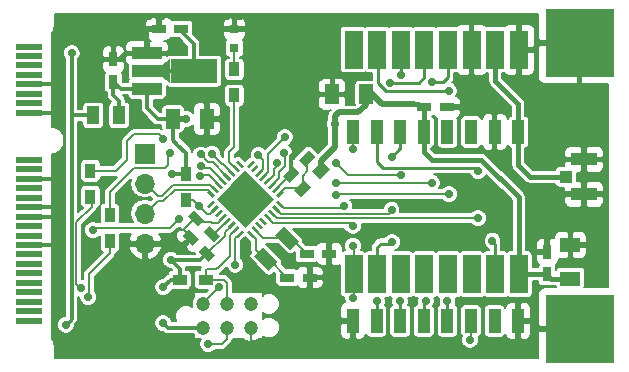
<source format=gtl>
G04 #@! TF.FileFunction,Copper,L1,Top,Signal*
%FSLAX46Y46*%
G04 Gerber Fmt 4.6, Leading zero omitted, Abs format (unit mm)*
G04 Created by KiCad (PCBNEW 4.0.4-stable) date 01/24/17 10:41:02*
%MOMM*%
%LPD*%
G01*
G04 APERTURE LIST*
%ADD10C,0.150000*%
%ADD11C,0.600000*%
%ADD12R,0.750000X1.200000*%
%ADD13R,1.651000X1.143000*%
%ADD14R,0.900000X1.200000*%
%ADD15R,1.200000X0.750000*%
%ADD16R,1.700000X1.700000*%
%ADD17O,1.700000X1.700000*%
%ADD18R,2.501900X1.000760*%
%ADD19R,4.000500X1.998980*%
%ADD20R,1.143000X1.651000*%
%ADD21R,0.800000X0.800000*%
%ADD22R,1.000000X1.500000*%
%ADD23R,1.200000X0.900000*%
%ADD24C,1.200000*%
%ADD25R,1.000000X2.000000*%
%ADD26R,1.500000X3.200000*%
%ADD27R,2.200000X1.050000*%
%ADD28R,1.050000X1.000000*%
%ADD29R,5.800000X5.800000*%
%ADD30R,2.300000X0.600000*%
%ADD31C,0.711200*%
%ADD32C,0.203200*%
%ADD33C,0.300000*%
%ADD34C,0.304800*%
%ADD35C,0.508000*%
%ADD36C,0.406400*%
%ADD37C,0.254000*%
%ADD38C,0.200000*%
G04 APERTURE END LIST*
D10*
D11*
X125285500Y-84381500D03*
X129667000Y-95621000D03*
X119380000Y-95621000D03*
X159246000Y-95621000D03*
X158146000Y-95621000D03*
X157046000Y-95621000D03*
X155946000Y-95621000D03*
X154846000Y-95621000D03*
X153746000Y-95621000D03*
X152646000Y-95621000D03*
X151546000Y-95621000D03*
X150446000Y-95621000D03*
X149346000Y-95621000D03*
X148246000Y-95621000D03*
X147146000Y-95621000D03*
X146046000Y-95621000D03*
X144946000Y-95621000D03*
X143846000Y-95621000D03*
X142746000Y-95621000D03*
X141646000Y-95621000D03*
X140546000Y-95621000D03*
X139446000Y-95621000D03*
X158853000Y-67183000D03*
X157753000Y-67183000D03*
X156653000Y-67183000D03*
X155553000Y-67183000D03*
X154453000Y-67183000D03*
X153353000Y-67183000D03*
X152253000Y-67183000D03*
X151153000Y-67183000D03*
X150053000Y-67183000D03*
X148953000Y-67183000D03*
X147853000Y-67183000D03*
X146753000Y-67183000D03*
X145653000Y-67183000D03*
X144553000Y-67183000D03*
X143453000Y-67183000D03*
X142353000Y-67183000D03*
X141253000Y-67183000D03*
X140153000Y-67183000D03*
X139053000Y-67183000D03*
X137953000Y-67183000D03*
X136853000Y-67183000D03*
X135753000Y-67183000D03*
X134653000Y-67183000D03*
X133553000Y-67183000D03*
X132453000Y-67183000D03*
X131353000Y-67183000D03*
X130253000Y-67183000D03*
X129153000Y-67183000D03*
X128053000Y-67183000D03*
X126953000Y-67183000D03*
X125853000Y-67183000D03*
X124753000Y-67183000D03*
X123653000Y-67183000D03*
X122553000Y-67183000D03*
X121453000Y-67183000D03*
X120353000Y-67183000D03*
X119253000Y-67183000D03*
X165608000Y-89652000D03*
X165608000Y-88552000D03*
X165608000Y-87452000D03*
X165608000Y-86352000D03*
X165608000Y-85252000D03*
X165608000Y-84152000D03*
X165608000Y-83052000D03*
X165608000Y-81952000D03*
X165608000Y-80852000D03*
X165608000Y-79752000D03*
X165608000Y-78652000D03*
X165608000Y-77552000D03*
X165608000Y-76452000D03*
X165608000Y-75352000D03*
X165608000Y-74252000D03*
X131318000Y-72390000D03*
X130302000Y-72390000D03*
X129159000Y-72390000D03*
X131359000Y-71120000D03*
X130259000Y-71120000D03*
X160909000Y-79883000D03*
X160528000Y-81534000D03*
X159131000Y-81534000D03*
X159639000Y-79883000D03*
X157988000Y-80772000D03*
X159131000Y-78867000D03*
X157353000Y-78867000D03*
X159131000Y-75057000D03*
X158750000Y-73787000D03*
X157353000Y-74803000D03*
X156210000Y-73787000D03*
X157607000Y-72644000D03*
X155321000Y-72644000D03*
D10*
G36*
X141599883Y-79378721D02*
X142236279Y-80015117D01*
X141387751Y-80863645D01*
X140751355Y-80227249D01*
X141599883Y-79378721D01*
X141599883Y-79378721D01*
G37*
G36*
X140044249Y-80934355D02*
X140680645Y-81570751D01*
X139832117Y-82419279D01*
X139195721Y-81782883D01*
X140044249Y-80934355D01*
X140044249Y-80934355D01*
G37*
D12*
X160655000Y-88961000D03*
X160655000Y-87061000D03*
D13*
X162623500Y-89311480D03*
X162623500Y-86456520D03*
D14*
X130073400Y-80484800D03*
X130073400Y-82684800D03*
X134175500Y-71607500D03*
X134175500Y-73807500D03*
X121983500Y-80180000D03*
X121983500Y-82380000D03*
X123634500Y-83926500D03*
X123634500Y-86126500D03*
D10*
G36*
X140467350Y-78458320D02*
X140997680Y-78988650D01*
X140149152Y-79837178D01*
X139618822Y-79306848D01*
X140467350Y-78458320D01*
X140467350Y-78458320D01*
G37*
G36*
X139123848Y-79801822D02*
X139654178Y-80332152D01*
X138805650Y-81180680D01*
X138275320Y-80650350D01*
X139123848Y-79801822D01*
X139123848Y-79801822D01*
G37*
G36*
X129829820Y-85681550D02*
X130360150Y-85151220D01*
X131208678Y-85999748D01*
X130678348Y-86530078D01*
X129829820Y-85681550D01*
X129829820Y-85681550D01*
G37*
G36*
X131173322Y-87025052D02*
X131703652Y-86494722D01*
X132552180Y-87343250D01*
X132021850Y-87873580D01*
X131173322Y-87025052D01*
X131173322Y-87025052D01*
G37*
G36*
X132933180Y-85717650D02*
X132402850Y-86247980D01*
X131554322Y-85399452D01*
X132084652Y-84869122D01*
X132933180Y-85717650D01*
X132933180Y-85717650D01*
G37*
G36*
X131589678Y-84374148D02*
X131059348Y-84904478D01*
X130210820Y-84055950D01*
X130741150Y-83525620D01*
X131589678Y-84374148D01*
X131589678Y-84374148D01*
G37*
D15*
X129677200Y-68173600D03*
X127777200Y-68173600D03*
D12*
X123926600Y-72654200D03*
X123926600Y-70754200D03*
D16*
X126619000Y-78740000D03*
D17*
X126619000Y-81280000D03*
X126619000Y-83820000D03*
X126619000Y-86360000D03*
D18*
X126781560Y-70253860D03*
X126781560Y-71755000D03*
X126781560Y-73256140D03*
D19*
X130733800Y-71755000D03*
D10*
G36*
X128758950Y-72755760D02*
X128009650Y-72255380D01*
X128009650Y-71254620D01*
X128758950Y-70754240D01*
X128758950Y-72755760D01*
X128758950Y-72755760D01*
G37*
D15*
X150243500Y-74803000D03*
X152143500Y-74803000D03*
D20*
X145318480Y-73723500D03*
X142463520Y-73723500D03*
X128976120Y-75793600D03*
X131831080Y-75793600D03*
D15*
X140299400Y-87223600D03*
X142199400Y-87223600D03*
X138648400Y-89230200D03*
X140548400Y-89230200D03*
D21*
X134175500Y-69761000D03*
X134175500Y-68161000D03*
D22*
X124417000Y-75488800D03*
X122217000Y-75488800D03*
D23*
X129557600Y-89408000D03*
X131757600Y-89408000D03*
D10*
G36*
X138345622Y-84882342D02*
X139602858Y-86139578D01*
X138884438Y-86857998D01*
X137627202Y-85600762D01*
X138345622Y-84882342D01*
X138345622Y-84882342D01*
G37*
G36*
X136551366Y-86676598D02*
X137808602Y-87933834D01*
X137090182Y-88652254D01*
X135832946Y-87395018D01*
X136551366Y-86676598D01*
X136551366Y-86676598D01*
G37*
D24*
X131540500Y-91456000D03*
X131540500Y-93456000D03*
X133540500Y-93456000D03*
X133540500Y-91456000D03*
X135540500Y-91456000D03*
X135540500Y-93456000D03*
D11*
X165608000Y-73152000D03*
D25*
X144208500Y-92900500D03*
X146208500Y-92900500D03*
X148208500Y-92900500D03*
X150208500Y-92900500D03*
X152208500Y-92900500D03*
X154208500Y-92900500D03*
X156208500Y-92900500D03*
X158208500Y-92900500D03*
X158208500Y-76900500D03*
X156208500Y-76900500D03*
X154208500Y-76900500D03*
X152208500Y-76900500D03*
X150208500Y-76900500D03*
X148208500Y-76900500D03*
X146208500Y-76900500D03*
X144208500Y-76900500D03*
D26*
X144257000Y-88938500D03*
X146257000Y-88938500D03*
X148257000Y-88938500D03*
X150257000Y-88938500D03*
X152257000Y-88938500D03*
X154257000Y-88938500D03*
X156257000Y-88938500D03*
X158257000Y-88938500D03*
X158257000Y-69938500D03*
X156257000Y-69938500D03*
X154257000Y-69938500D03*
X152257000Y-69938500D03*
X150257000Y-69938500D03*
X148257000Y-69938500D03*
X146257000Y-69938500D03*
X144257000Y-69938500D03*
D27*
X163779200Y-79220800D03*
X163779200Y-82170800D03*
D28*
X162254200Y-80695800D03*
D29*
X163394000Y-69372000D03*
X163394000Y-93572000D03*
D11*
X129159000Y-71120000D03*
D30*
X116744000Y-69672000D03*
X116744000Y-70472000D03*
X116744000Y-71272000D03*
X116744000Y-72072000D03*
X116744000Y-72872000D03*
X116744000Y-73672000D03*
X116744000Y-74472000D03*
X116744000Y-75272000D03*
X116744000Y-79272000D03*
X116744000Y-80072000D03*
X116744000Y-80872000D03*
X116744000Y-81672000D03*
X116744000Y-82472000D03*
X116744000Y-83272000D03*
X116744000Y-84072000D03*
X116744000Y-84872000D03*
X116744000Y-85672000D03*
X116744000Y-86472000D03*
X116744000Y-87272000D03*
X116744000Y-88072000D03*
X116744000Y-88872000D03*
X116744000Y-89672000D03*
X116744000Y-90472000D03*
X116744000Y-91272000D03*
X116744000Y-92072000D03*
X116744000Y-92872000D03*
D10*
G36*
X135898095Y-85668992D02*
X135721318Y-85845769D01*
X135226343Y-85350794D01*
X135403120Y-85174017D01*
X135898095Y-85668992D01*
X135898095Y-85668992D01*
G37*
G36*
X136251649Y-85315439D02*
X136074872Y-85492216D01*
X135579897Y-84997241D01*
X135756674Y-84820464D01*
X136251649Y-85315439D01*
X136251649Y-85315439D01*
G37*
G36*
X136605202Y-84961885D02*
X136428425Y-85138662D01*
X135933450Y-84643687D01*
X136110227Y-84466910D01*
X136605202Y-84961885D01*
X136605202Y-84961885D01*
G37*
G36*
X136958756Y-84608332D02*
X136781979Y-84785109D01*
X136287004Y-84290134D01*
X136463781Y-84113357D01*
X136958756Y-84608332D01*
X136958756Y-84608332D01*
G37*
G36*
X137312309Y-84254779D02*
X137135532Y-84431556D01*
X136640557Y-83936581D01*
X136817334Y-83759804D01*
X137312309Y-84254779D01*
X137312309Y-84254779D01*
G37*
G36*
X137665862Y-83901225D02*
X137489085Y-84078002D01*
X136994110Y-83583027D01*
X137170887Y-83406250D01*
X137665862Y-83901225D01*
X137665862Y-83901225D01*
G37*
G36*
X138019416Y-83547672D02*
X137842639Y-83724449D01*
X137347664Y-83229474D01*
X137524441Y-83052697D01*
X138019416Y-83547672D01*
X138019416Y-83547672D01*
G37*
G36*
X138372969Y-83194118D02*
X138196192Y-83370895D01*
X137701217Y-82875920D01*
X137877994Y-82699143D01*
X138372969Y-83194118D01*
X138372969Y-83194118D01*
G37*
G36*
X138196192Y-81779905D02*
X138372969Y-81956682D01*
X137877994Y-82451657D01*
X137701217Y-82274880D01*
X138196192Y-81779905D01*
X138196192Y-81779905D01*
G37*
G36*
X137842639Y-81426351D02*
X138019416Y-81603128D01*
X137524441Y-82098103D01*
X137347664Y-81921326D01*
X137842639Y-81426351D01*
X137842639Y-81426351D01*
G37*
G36*
X137489085Y-81072798D02*
X137665862Y-81249575D01*
X137170887Y-81744550D01*
X136994110Y-81567773D01*
X137489085Y-81072798D01*
X137489085Y-81072798D01*
G37*
G36*
X137135532Y-80719244D02*
X137312309Y-80896021D01*
X136817334Y-81390996D01*
X136640557Y-81214219D01*
X137135532Y-80719244D01*
X137135532Y-80719244D01*
G37*
G36*
X136781979Y-80365691D02*
X136958756Y-80542468D01*
X136463781Y-81037443D01*
X136287004Y-80860666D01*
X136781979Y-80365691D01*
X136781979Y-80365691D01*
G37*
G36*
X136428425Y-80012138D02*
X136605202Y-80188915D01*
X136110227Y-80683890D01*
X135933450Y-80507113D01*
X136428425Y-80012138D01*
X136428425Y-80012138D01*
G37*
G36*
X136074872Y-79658584D02*
X136251649Y-79835361D01*
X135756674Y-80330336D01*
X135579897Y-80153559D01*
X136074872Y-79658584D01*
X136074872Y-79658584D01*
G37*
G36*
X135721318Y-79305031D02*
X135898095Y-79481808D01*
X135403120Y-79976783D01*
X135226343Y-79800006D01*
X135721318Y-79305031D01*
X135721318Y-79305031D01*
G37*
G36*
X134978857Y-79800006D02*
X134802080Y-79976783D01*
X134307105Y-79481808D01*
X134483882Y-79305031D01*
X134978857Y-79800006D01*
X134978857Y-79800006D01*
G37*
G36*
X134625303Y-80153559D02*
X134448526Y-80330336D01*
X133953551Y-79835361D01*
X134130328Y-79658584D01*
X134625303Y-80153559D01*
X134625303Y-80153559D01*
G37*
G36*
X134271750Y-80507113D02*
X134094973Y-80683890D01*
X133599998Y-80188915D01*
X133776775Y-80012138D01*
X134271750Y-80507113D01*
X134271750Y-80507113D01*
G37*
G36*
X133918196Y-80860666D02*
X133741419Y-81037443D01*
X133246444Y-80542468D01*
X133423221Y-80365691D01*
X133918196Y-80860666D01*
X133918196Y-80860666D01*
G37*
G36*
X133564643Y-81214219D02*
X133387866Y-81390996D01*
X132892891Y-80896021D01*
X133069668Y-80719244D01*
X133564643Y-81214219D01*
X133564643Y-81214219D01*
G37*
G36*
X133211090Y-81567773D02*
X133034313Y-81744550D01*
X132539338Y-81249575D01*
X132716115Y-81072798D01*
X133211090Y-81567773D01*
X133211090Y-81567773D01*
G37*
G36*
X132857536Y-81921326D02*
X132680759Y-82098103D01*
X132185784Y-81603128D01*
X132362561Y-81426351D01*
X132857536Y-81921326D01*
X132857536Y-81921326D01*
G37*
G36*
X132503983Y-82274880D02*
X132327206Y-82451657D01*
X131832231Y-81956682D01*
X132009008Y-81779905D01*
X132503983Y-82274880D01*
X132503983Y-82274880D01*
G37*
G36*
X132327206Y-82699143D02*
X132503983Y-82875920D01*
X132009008Y-83370895D01*
X131832231Y-83194118D01*
X132327206Y-82699143D01*
X132327206Y-82699143D01*
G37*
G36*
X132680759Y-83052697D02*
X132857536Y-83229474D01*
X132362561Y-83724449D01*
X132185784Y-83547672D01*
X132680759Y-83052697D01*
X132680759Y-83052697D01*
G37*
G36*
X133034313Y-83406250D02*
X133211090Y-83583027D01*
X132716115Y-84078002D01*
X132539338Y-83901225D01*
X133034313Y-83406250D01*
X133034313Y-83406250D01*
G37*
G36*
X133387866Y-83759804D02*
X133564643Y-83936581D01*
X133069668Y-84431556D01*
X132892891Y-84254779D01*
X133387866Y-83759804D01*
X133387866Y-83759804D01*
G37*
G36*
X133741419Y-84113357D02*
X133918196Y-84290134D01*
X133423221Y-84785109D01*
X133246444Y-84608332D01*
X133741419Y-84113357D01*
X133741419Y-84113357D01*
G37*
G36*
X134094973Y-84466910D02*
X134271750Y-84643687D01*
X133776775Y-85138662D01*
X133599998Y-84961885D01*
X134094973Y-84466910D01*
X134094973Y-84466910D01*
G37*
G36*
X134448526Y-84820464D02*
X134625303Y-84997241D01*
X134130328Y-85492216D01*
X133953551Y-85315439D01*
X134448526Y-84820464D01*
X134448526Y-84820464D01*
G37*
G36*
X134802080Y-85174017D02*
X134978857Y-85350794D01*
X134483882Y-85845769D01*
X134307105Y-85668992D01*
X134802080Y-85174017D01*
X134802080Y-85174017D01*
G37*
G36*
X136322359Y-81355641D02*
X135102600Y-82575400D01*
X133882841Y-81355641D01*
X135102600Y-80135882D01*
X136322359Y-81355641D01*
X136322359Y-81355641D01*
G37*
G36*
X135102600Y-82575400D02*
X133882841Y-83795159D01*
X132663082Y-82575400D01*
X133882841Y-81355641D01*
X135102600Y-82575400D01*
X135102600Y-82575400D01*
G37*
G36*
X137542118Y-82575400D02*
X136322359Y-83795159D01*
X135102600Y-82575400D01*
X136322359Y-81355641D01*
X137542118Y-82575400D01*
X137542118Y-82575400D01*
G37*
G36*
X136322359Y-83795159D02*
X135102600Y-85014918D01*
X133882841Y-83795159D01*
X135102600Y-82575400D01*
X136322359Y-83795159D01*
X136322359Y-83795159D01*
G37*
D11*
X135102600Y-83796715D03*
X133881285Y-82575400D03*
X136323915Y-82575400D03*
X135102600Y-81354085D03*
X135102600Y-82575400D03*
D31*
X119380000Y-88519000D03*
X119380000Y-92329000D03*
X119443500Y-72961500D03*
X119591000Y-79672000D03*
X119467000Y-83272000D03*
X119219000Y-86072000D03*
X142684500Y-76200000D03*
X128143000Y-93091000D03*
X128143000Y-90043000D03*
X130111500Y-75819000D03*
X128803400Y-87731600D03*
X128854200Y-80492600D03*
X121158000Y-90106500D03*
X121793000Y-90868500D03*
X137795000Y-79502000D03*
X150876000Y-81216500D03*
X142748000Y-81216500D03*
X150876000Y-72694800D03*
X150368000Y-91249500D03*
X138430000Y-77343000D03*
X147320000Y-72720200D03*
X146240500Y-91249500D03*
X138366500Y-78676500D03*
X148272500Y-80581500D03*
X142748000Y-79502000D03*
X148272500Y-72072500D03*
X148209000Y-91249500D03*
X152336500Y-82169000D03*
X136207500Y-78867000D03*
X142748000Y-82232500D03*
X152323800Y-73406000D03*
X152209500Y-91249500D03*
X130733800Y-71755000D03*
X132905500Y-90043000D03*
X134239000Y-88138000D03*
X131254500Y-80645000D03*
X131381500Y-79756000D03*
X129476500Y-84264500D03*
X122174000Y-85217000D03*
X132270500Y-78740000D03*
X128143000Y-77470000D03*
X131318000Y-78803500D03*
X128714500Y-78676500D03*
X120396000Y-70231000D03*
X119888000Y-93218000D03*
X144208500Y-84836000D03*
X144208500Y-78359000D03*
X154813000Y-84201000D03*
X154813000Y-80200500D03*
X156019500Y-86106000D03*
X147478750Y-83470750D03*
X147510500Y-86233000D03*
X147510500Y-78994000D03*
X143446500Y-83185000D03*
X144208500Y-86550500D03*
X144208500Y-90932000D03*
X154114500Y-94488000D03*
X131953000Y-94869000D03*
X131191000Y-83185000D03*
D32*
X142463520Y-73723500D02*
X140843000Y-73723500D01*
X140843000Y-73723500D02*
X139847320Y-74719180D01*
X126619000Y-86360000D02*
X129999898Y-86360000D01*
X129999898Y-86360000D02*
X130519249Y-85840649D01*
X119380000Y-92329000D02*
X119380000Y-88519000D01*
X119253000Y-72898000D02*
X119380000Y-72898000D01*
D33*
X119227000Y-72872000D02*
X119253000Y-72898000D01*
X116744000Y-72872000D02*
X119227000Y-72872000D01*
D32*
X119380000Y-72898000D02*
X119443500Y-72961500D01*
X119607000Y-80872000D02*
X119607000Y-79688000D01*
X119607000Y-79688000D02*
X119591000Y-79672000D01*
X119189500Y-86472000D02*
X119189500Y-86101500D01*
X119189500Y-86101500D02*
X119219000Y-86072000D01*
D34*
X138964749Y-80491251D02*
X138964749Y-78967251D01*
X138964749Y-78967251D02*
X139847320Y-78084680D01*
D32*
X139847320Y-78084680D02*
X139847320Y-74719180D01*
X138964749Y-78967251D02*
X139847320Y-78084680D01*
X137683540Y-81762227D02*
X137693773Y-81762227D01*
X137693773Y-81762227D02*
X138964749Y-80491251D01*
X137683540Y-81762227D02*
X137683540Y-81708960D01*
X130900249Y-84215049D02*
X130859451Y-84215049D01*
X130859451Y-84215049D02*
X129857500Y-85217000D01*
X129895600Y-85217000D02*
X130519249Y-85840649D01*
X129857500Y-85217000D02*
X129895600Y-85217000D01*
X133228767Y-84095680D02*
X133228767Y-84131733D01*
X133228767Y-84131733D02*
X132778500Y-84582000D01*
X132778500Y-84582000D02*
X132270500Y-84582000D01*
X132270500Y-84582000D02*
X132207000Y-84518500D01*
X132207000Y-84518500D02*
X131203700Y-84518500D01*
X131203700Y-84518500D02*
X130900249Y-84215049D01*
D34*
X127777200Y-68173600D02*
X126619000Y-68173600D01*
X126781560Y-68336160D02*
X126781560Y-70253860D01*
X126619000Y-68173600D02*
X126781560Y-68336160D01*
X123926600Y-70754200D02*
X124419400Y-70754200D01*
X124919740Y-70253860D02*
X126781560Y-70253860D01*
X124419400Y-70754200D02*
X124919740Y-70253860D01*
D33*
X116744000Y-75272000D02*
X119214000Y-75272000D01*
X119214000Y-75272000D02*
X119253000Y-75311000D01*
X116744000Y-86472000D02*
X119189500Y-86472000D01*
X119189500Y-86472000D02*
X119238000Y-86472000D01*
X119238000Y-86472000D02*
X119253000Y-86487000D01*
X116744000Y-84072000D02*
X119505000Y-84072000D01*
X119505000Y-84072000D02*
X119507000Y-84074000D01*
X116744000Y-83272000D02*
X119467000Y-83272000D01*
X119467000Y-83272000D02*
X119507000Y-83312000D01*
X116744000Y-80872000D02*
X119607000Y-80872000D01*
X119607000Y-80872000D02*
X119634000Y-80899000D01*
D32*
X135572500Y-94742000D02*
X135572500Y-93488000D01*
X135572500Y-93488000D02*
X135540500Y-93456000D01*
D35*
X145318480Y-73723500D02*
X145318480Y-74582020D01*
X142684500Y-75565000D02*
X142684500Y-76200000D01*
X143002000Y-75247500D02*
X142684500Y-75565000D01*
X144653000Y-75247500D02*
X143002000Y-75247500D01*
X145318480Y-74582020D02*
X144653000Y-75247500D01*
X142684500Y-76200000D02*
X142702280Y-76200000D01*
X142702280Y-76200000D02*
X142684500Y-76200000D01*
X142684500Y-76200000D02*
X142702280Y-76200000D01*
X142702280Y-78150720D02*
X142702280Y-76200000D01*
D34*
X129557600Y-89408000D02*
X128778000Y-89408000D01*
X129765800Y-93472000D02*
X129775200Y-93481400D01*
X128524000Y-93472000D02*
X129765800Y-93472000D01*
X128143000Y-93091000D02*
X128524000Y-93472000D01*
X128778000Y-89408000D02*
X128143000Y-90043000D01*
X129775200Y-93481400D02*
X131515100Y-93481400D01*
X131515100Y-93481400D02*
X131540500Y-93456000D01*
D35*
X128976120Y-75793600D02*
X130086100Y-75793600D01*
X130086100Y-75793600D02*
X130111500Y-75819000D01*
X141493817Y-80121183D02*
X141493817Y-79359183D01*
X141493817Y-79359183D02*
X142702280Y-78150720D01*
D36*
X150208500Y-76900500D02*
X150208500Y-78580500D01*
X158257000Y-82438000D02*
X158257000Y-88938500D01*
X155067000Y-79248000D02*
X158257000Y-82438000D01*
X150876000Y-79248000D02*
X155067000Y-79248000D01*
X150208500Y-78580500D02*
X150876000Y-79248000D01*
D32*
X133935874Y-84802786D02*
X133935874Y-84821626D01*
X133935874Y-84821626D02*
X133350000Y-85407500D01*
X133350000Y-85407500D02*
X133350000Y-85696902D01*
X133350000Y-85696902D02*
X131862751Y-87184151D01*
D34*
X129557600Y-89408000D02*
X129557600Y-88485800D01*
X129557600Y-88485800D02*
X128803400Y-87731600D01*
X130073400Y-80484800D02*
X128862000Y-80484800D01*
X131289902Y-87757000D02*
X131862751Y-87184151D01*
X128828800Y-87757000D02*
X131289902Y-87757000D01*
X128803400Y-87731600D02*
X128828800Y-87757000D01*
X128862000Y-80484800D02*
X128854200Y-80492600D01*
X128976120Y-75793600D02*
X128976120Y-77591920D01*
X130073400Y-78689200D02*
X130073400Y-80484800D01*
X128976120Y-77591920D02*
X129349500Y-77965300D01*
X129349500Y-77965300D02*
X130073400Y-78689200D01*
X126781560Y-73256140D02*
X126781560Y-74889360D01*
X127685800Y-75793600D02*
X128976120Y-75793600D01*
X126781560Y-74889360D02*
X127685800Y-75793600D01*
X126781560Y-73256140D02*
X124528540Y-73256140D01*
X124528540Y-73256140D02*
X123926600Y-72654200D01*
X124417000Y-75488800D02*
X124417000Y-74277400D01*
X123926600Y-73787000D02*
X123926600Y-72654200D01*
X124417000Y-74277400D02*
X123926600Y-73787000D01*
D35*
X145719800Y-73583800D02*
X145973800Y-73837800D01*
D36*
X158257000Y-88938500D02*
X160632500Y-88938500D01*
X160632500Y-88938500D02*
X161005480Y-89311480D01*
X161005480Y-89311480D02*
X162623500Y-89311480D01*
X150208500Y-74973700D02*
X150208500Y-76900500D01*
X149733000Y-74498200D02*
X150208500Y-74973700D01*
D35*
X146634200Y-74498200D02*
X149352000Y-74498200D01*
D36*
X149352000Y-74498200D02*
X149733000Y-74498200D01*
D35*
X145973800Y-73837800D02*
X146634200Y-74498200D01*
D32*
X131775200Y-93649800D02*
X131775200Y-93481400D01*
X139938183Y-81676817D02*
X139938183Y-80597317D01*
X140308251Y-80227249D02*
X140308251Y-79147749D01*
X139938183Y-80597317D02*
X140308251Y-80227249D01*
X138037093Y-82115781D02*
X138038719Y-82115781D01*
X138038719Y-82115781D02*
X138477683Y-81676817D01*
X138477683Y-81676817D02*
X139938183Y-81676817D01*
X138037093Y-82115781D02*
X138102219Y-82115781D01*
X133582320Y-84449233D02*
X133546267Y-84449233D01*
X133546267Y-84449233D02*
X132436949Y-85558551D01*
X132436949Y-85558551D02*
X132243751Y-85558551D01*
D36*
X158208500Y-76900500D02*
X158208500Y-79722500D01*
X159181800Y-80695800D02*
X162254200Y-80695800D01*
X158208500Y-79722500D02*
X159181800Y-80695800D01*
X156257000Y-69938500D02*
X156257000Y-72564000D01*
X158208500Y-74515500D02*
X158208500Y-76900500D01*
X156257000Y-72564000D02*
X158208500Y-74515500D01*
D32*
X128000137Y-82358401D02*
X127697401Y-82358401D01*
X127697401Y-82358401D02*
X126619000Y-81280000D01*
X128952638Y-81405900D02*
X128000137Y-82358401D01*
X132082743Y-81405900D02*
X128952638Y-81405900D01*
X132521660Y-81762227D02*
X132439070Y-81762227D01*
X132439070Y-81762227D02*
X132082743Y-81405900D01*
X128158861Y-82741601D02*
X128158859Y-82741599D01*
X128158859Y-82741599D02*
X127697401Y-82741599D01*
X127697401Y-82741599D02*
X126619000Y-83820000D01*
X129111362Y-81789100D02*
X128158861Y-82741601D01*
X131924017Y-81789100D02*
X129111362Y-81789100D01*
X132168107Y-82115781D02*
X132168107Y-82033190D01*
X132168107Y-82033190D02*
X131924017Y-81789100D01*
X122110500Y-82380000D02*
X122110500Y-83248500D01*
X122110500Y-83248500D02*
X120800002Y-84558998D01*
X120800002Y-84558998D02*
X120800002Y-89748502D01*
X120800002Y-89748502D02*
X121158000Y-90106500D01*
X123634500Y-86126500D02*
X123634500Y-87185500D01*
X121856500Y-88963500D02*
X121856500Y-89535000D01*
X123634500Y-87185500D02*
X121856500Y-88963500D01*
X121856500Y-90805000D02*
X121793000Y-90868500D01*
X121856500Y-89535000D02*
X121856500Y-90805000D01*
X137795000Y-79819500D02*
X137795000Y-79502000D01*
X137541000Y-80073500D02*
X137795000Y-79819500D01*
X137541000Y-80518000D02*
X137541000Y-80073500D01*
X137003880Y-81055120D02*
X137541000Y-80518000D01*
X142748000Y-81216500D02*
X150876000Y-81216500D01*
X136976433Y-81055120D02*
X137003880Y-81055120D01*
D37*
X152273000Y-72212200D02*
X152273000Y-72263000D01*
X152273000Y-72212200D02*
X152273000Y-69954500D01*
X152273000Y-72263000D02*
X151841200Y-72694800D01*
X151841200Y-72694800D02*
X150876000Y-72694800D01*
X150208500Y-92900500D02*
X150208500Y-91409000D01*
X150208500Y-91409000D02*
X150368000Y-91249500D01*
X152273000Y-69954500D02*
X152257000Y-69938500D01*
D32*
X136622880Y-80701567D02*
X136622880Y-80674120D01*
X136622880Y-80674120D02*
X137033000Y-80264000D01*
X137033000Y-78740000D02*
X138430000Y-77343000D01*
X137033000Y-80264000D02*
X137033000Y-78740000D01*
X138430000Y-77343000D02*
X138430000Y-77343000D01*
D37*
X150257000Y-72009000D02*
X150257000Y-72272400D01*
X149809200Y-72720200D02*
X147320000Y-72720200D01*
X150257000Y-72272400D02*
X149809200Y-72720200D01*
X146208500Y-92900500D02*
X146208500Y-91281500D01*
X146208500Y-91281500D02*
X146240500Y-91249500D01*
X150257000Y-72009000D02*
X150257000Y-69938500D01*
D32*
X138430000Y-79756000D02*
X138430000Y-78740000D01*
X138430000Y-78740000D02*
X138366500Y-78676500D01*
X143827500Y-80581500D02*
X148272500Y-80581500D01*
X142748000Y-79502000D02*
X143827500Y-80581500D01*
X137922000Y-80264000D02*
X138430000Y-79756000D01*
X137329986Y-81408674D02*
X137348826Y-81408674D01*
X137348826Y-81408674D02*
X137922000Y-80835500D01*
X137922000Y-80835500D02*
X137922000Y-80264000D01*
D37*
X148208500Y-92900500D02*
X148208500Y-91250000D01*
X148257000Y-72057000D02*
X148257000Y-69938500D01*
X148272500Y-72072500D02*
X148257000Y-72057000D01*
X148208500Y-91250000D02*
X148209000Y-91249500D01*
D32*
X136588500Y-80073500D02*
X136588500Y-79248000D01*
X136588500Y-79248000D02*
X136207500Y-78867000D01*
X136313986Y-80348014D02*
X136588500Y-80073500D01*
X142811500Y-82169000D02*
X152336500Y-82169000D01*
X142748000Y-82232500D02*
X142811500Y-82169000D01*
X136269326Y-80348014D02*
X136313986Y-80348014D01*
X136269326Y-80348014D02*
X136269326Y-80329174D01*
D37*
X146367500Y-72669400D02*
X146367500Y-72783700D01*
X146989800Y-73406000D02*
X152323800Y-73406000D01*
X146367500Y-72783700D02*
X146989800Y-73406000D01*
X152208500Y-92900500D02*
X152208500Y-91250500D01*
X146367500Y-72669400D02*
X146367500Y-70049000D01*
X152208500Y-91250500D02*
X152209500Y-91249500D01*
X146367500Y-70049000D02*
X146257000Y-69938500D01*
D34*
X128384300Y-71755000D02*
X126781560Y-71755000D01*
X130733800Y-71755000D02*
X128384300Y-71755000D01*
X129677200Y-68173600D02*
X129677200Y-68387000D01*
X129677200Y-68387000D02*
X130733800Y-69443600D01*
X130733800Y-69443600D02*
X130733800Y-71755000D01*
D32*
X132651500Y-89408000D02*
X133286500Y-89408000D01*
X133540500Y-89662000D02*
X133540500Y-90233500D01*
X133286500Y-89408000D02*
X133540500Y-89662000D01*
X131757600Y-89408000D02*
X131757600Y-88587400D01*
X131826000Y-88519000D02*
X132646600Y-88519000D01*
X131757600Y-88587400D02*
X131826000Y-88519000D01*
X133540500Y-91456000D02*
X133540500Y-90233500D01*
X132651500Y-89408000D02*
X131757600Y-89408000D01*
X134289427Y-85156340D02*
X134289427Y-85166573D01*
X134289427Y-85166573D02*
X133794500Y-85661500D01*
X132871300Y-88294300D02*
X132646600Y-88519000D01*
X133794500Y-87371100D02*
X132871300Y-88294300D01*
X133794500Y-85661500D02*
X133794500Y-87371100D01*
X131540500Y-91456000D02*
X131540500Y-91408000D01*
X131540500Y-91408000D02*
X132905500Y-90043000D01*
X131757600Y-91463800D02*
X131775200Y-91481400D01*
X134239000Y-88138000D02*
X134239000Y-85913874D01*
X134642981Y-85509893D02*
X134239000Y-85913874D01*
X131254500Y-80645000D02*
X131381500Y-80518000D01*
X131381500Y-80518000D02*
X131984540Y-80518000D01*
X131984540Y-80518000D02*
X132875214Y-81408674D01*
X132120147Y-79946500D02*
X133228767Y-81055120D01*
X131572000Y-79946500D02*
X132120147Y-79946500D01*
X131381500Y-79756000D02*
X131572000Y-79946500D01*
X128714500Y-85026500D02*
X129476500Y-84264500D01*
X122364500Y-85026500D02*
X128714500Y-85026500D01*
X122174000Y-85217000D02*
X122364500Y-85026500D01*
X125666500Y-77089000D02*
X125095000Y-77660500D01*
X123167500Y-80200500D02*
X123147000Y-80180000D01*
X124142500Y-80200500D02*
X123167500Y-80200500D01*
X125095000Y-79248000D02*
X124142500Y-80200500D01*
X125095000Y-77660500D02*
X125095000Y-79248000D01*
X122110500Y-80180000D02*
X123147000Y-80180000D01*
X121861400Y-79933800D02*
X121861400Y-80322600D01*
X133159500Y-79629000D02*
X133223000Y-79629000D01*
X132270500Y-78740000D02*
X133159500Y-79629000D01*
X127762000Y-77089000D02*
X128143000Y-77470000D01*
X125666500Y-77089000D02*
X127762000Y-77089000D01*
X133935874Y-80348014D02*
X133935874Y-80341874D01*
X133935874Y-80341874D02*
X133223000Y-79629000D01*
X123634500Y-83926500D02*
X123634500Y-81978500D01*
X123634500Y-81978500D02*
X124036000Y-81577000D01*
X133582320Y-80701567D02*
X133582320Y-80686820D01*
X133582320Y-80686820D02*
X132334000Y-79438500D01*
X132334000Y-79438500D02*
X131953000Y-79438500D01*
X131953000Y-79438500D02*
X131318000Y-78803500D01*
X128714500Y-78676500D02*
X128587500Y-78803500D01*
X128587500Y-78803500D02*
X128587500Y-79692500D01*
X128587500Y-79692500D02*
X128333500Y-79946500D01*
X128333500Y-79946500D02*
X125666500Y-79946500D01*
X125666500Y-79946500D02*
X124036000Y-81577000D01*
X138615030Y-85870170D02*
X138945970Y-85870170D01*
X138945970Y-85870170D02*
X140299400Y-87223600D01*
X135915773Y-85156340D02*
X135915773Y-85179273D01*
X135915773Y-85179273D02*
X136606670Y-85870170D01*
X136606670Y-85870170D02*
X138615030Y-85870170D01*
X136820774Y-87664426D02*
X137082626Y-87664426D01*
X137082626Y-87664426D02*
X138648400Y-89230200D01*
X135562219Y-85509893D02*
X135562219Y-85524219D01*
X135562219Y-85524219D02*
X136017000Y-85979000D01*
X136017000Y-85979000D02*
X136017000Y-86860652D01*
X136017000Y-86860652D02*
X136820774Y-87664426D01*
X134175500Y-69761000D02*
X134175500Y-71607500D01*
D34*
X122217000Y-75488800D02*
X120396000Y-75488800D01*
X120472200Y-75463400D02*
X120396000Y-75463400D01*
X120421400Y-75463400D02*
X120472200Y-75463400D01*
X120396000Y-75488800D02*
X120421400Y-75463400D01*
X120396000Y-92710000D02*
X120396000Y-75463400D01*
X120396000Y-75463400D02*
X120396000Y-70231000D01*
D37*
X119888000Y-93218000D02*
X120396000Y-92710000D01*
D32*
X134175500Y-73807500D02*
X134175500Y-78168500D01*
X134175500Y-78168500D02*
X134175500Y-78105000D01*
X134175500Y-78105000D02*
X134175500Y-78168500D01*
X134289427Y-79994460D02*
X134286960Y-79994460D01*
X134286960Y-79994460D02*
X133731000Y-79438500D01*
X133731000Y-79438500D02*
X133731000Y-78613000D01*
X133731000Y-78613000D02*
X134175500Y-78168500D01*
X143319500Y-84582000D02*
X143954500Y-84582000D01*
X143954500Y-84582000D02*
X144208500Y-84836000D01*
X139065000Y-84582000D02*
X143319500Y-84582000D01*
X136976433Y-84095680D02*
X136991180Y-84095680D01*
X136991180Y-84095680D02*
X137477500Y-84582000D01*
X137477500Y-84582000D02*
X139065000Y-84582000D01*
X144208500Y-78359000D02*
X144208500Y-76900500D01*
X137329986Y-83742126D02*
X137336126Y-83742126D01*
X137336126Y-83742126D02*
X137795000Y-84201000D01*
X137795000Y-84201000D02*
X154813000Y-84201000D01*
D37*
X156257000Y-88938500D02*
X156257000Y-86343500D01*
X146208500Y-79406500D02*
X146208500Y-76900500D01*
X146748500Y-79946500D02*
X146208500Y-79406500D01*
X154559000Y-79946500D02*
X146748500Y-79946500D01*
X154813000Y-80200500D02*
X154559000Y-79946500D01*
X156257000Y-86343500D02*
X156019500Y-86106000D01*
D32*
X147478750Y-83597750D02*
X147478750Y-83470750D01*
X147478750Y-83470750D02*
X147447000Y-83439000D01*
X137683540Y-83388573D02*
X137683540Y-83418838D01*
X137683540Y-83418838D02*
X138084702Y-83820000D01*
X138084702Y-83820000D02*
X147256500Y-83820000D01*
X147256500Y-83820000D02*
X147478750Y-83597750D01*
X147478750Y-83597750D02*
X147510500Y-83566000D01*
D37*
X148208500Y-76900500D02*
X148208500Y-78296000D01*
X146257000Y-86661000D02*
X146257000Y-88938500D01*
X146558000Y-86360000D02*
X146257000Y-86661000D01*
X147383500Y-86360000D02*
X146558000Y-86360000D01*
X147510500Y-86233000D02*
X147383500Y-86360000D01*
X148208500Y-78296000D02*
X147510500Y-78994000D01*
D32*
X138037093Y-83035019D02*
X138037093Y-83046093D01*
X138037093Y-83046093D02*
X138366500Y-83375500D01*
X138366500Y-83375500D02*
X143256000Y-83375500D01*
X143256000Y-83375500D02*
X143446500Y-83185000D01*
X144208500Y-86550500D02*
X144257000Y-86599000D01*
X144257000Y-86599000D02*
X144257000Y-88938500D01*
X154208500Y-92900500D02*
X154208500Y-94394000D01*
X144257000Y-90883500D02*
X144257000Y-88938500D01*
X144208500Y-90932000D02*
X144257000Y-90883500D01*
X154208500Y-94394000D02*
X154114500Y-94488000D01*
X131953000Y-94869000D02*
X133096000Y-94869000D01*
X133540500Y-94424500D02*
X133540500Y-93456000D01*
X133096000Y-94869000D02*
X133540500Y-94424500D01*
X132521660Y-83388573D02*
X132511427Y-83388573D01*
X132511427Y-83388573D02*
X132080000Y-83820000D01*
X131826000Y-83820000D02*
X131191000Y-83185000D01*
X132080000Y-83820000D02*
X131826000Y-83820000D01*
X131191000Y-83185000D02*
X130690800Y-82684800D01*
X130690800Y-82684800D02*
X130073400Y-82684800D01*
D38*
G36*
X159886000Y-69066000D02*
X160038000Y-69218000D01*
X163240000Y-69218000D01*
X163240000Y-69198000D01*
X163548000Y-69198000D01*
X163548000Y-69218000D01*
X163568000Y-69218000D01*
X163568000Y-69526000D01*
X163548000Y-69526000D01*
X163548000Y-72728000D01*
X163700000Y-72880000D01*
X165844000Y-72880000D01*
X165844000Y-90064000D01*
X163809434Y-90064000D01*
X163824704Y-90041651D01*
X163856836Y-89882980D01*
X163856836Y-88739980D01*
X163828944Y-88591749D01*
X163741340Y-88455608D01*
X163607671Y-88364276D01*
X163449000Y-88332144D01*
X161798000Y-88332144D01*
X161649769Y-88360036D01*
X161513628Y-88447640D01*
X161437836Y-88558565D01*
X161437836Y-88361000D01*
X161409944Y-88212769D01*
X161381804Y-88169038D01*
X161545437Y-88005405D01*
X161638000Y-87781939D01*
X161638000Y-87619840D01*
X161677062Y-87636020D01*
X162317500Y-87636020D01*
X162469500Y-87484020D01*
X162469500Y-86610520D01*
X162777500Y-86610520D01*
X162777500Y-87484020D01*
X162929500Y-87636020D01*
X163569938Y-87636020D01*
X163793404Y-87543458D01*
X163964437Y-87372425D01*
X164057000Y-87148959D01*
X164057000Y-86762520D01*
X163905000Y-86610520D01*
X162777500Y-86610520D01*
X162469500Y-86610520D01*
X162449500Y-86610520D01*
X162449500Y-86302520D01*
X162469500Y-86302520D01*
X162469500Y-85429020D01*
X162777500Y-85429020D01*
X162777500Y-86302520D01*
X163905000Y-86302520D01*
X164057000Y-86150520D01*
X164057000Y-85764081D01*
X163964437Y-85540615D01*
X163793404Y-85369582D01*
X163569938Y-85277020D01*
X162929500Y-85277020D01*
X162777500Y-85429020D01*
X162469500Y-85429020D01*
X162317500Y-85277020D01*
X161677062Y-85277020D01*
X161453596Y-85369582D01*
X161282563Y-85540615D01*
X161190000Y-85764081D01*
X161190000Y-85869180D01*
X161150938Y-85853000D01*
X160961000Y-85853000D01*
X160809000Y-86005000D01*
X160809000Y-86907000D01*
X160829000Y-86907000D01*
X160829000Y-87215000D01*
X160809000Y-87215000D01*
X160809000Y-87235000D01*
X160501000Y-87235000D01*
X160501000Y-87215000D01*
X159824000Y-87215000D01*
X159672000Y-87367000D01*
X159672000Y-87781939D01*
X159764563Y-88005405D01*
X159927511Y-88168353D01*
X159904296Y-88202329D01*
X159877368Y-88335300D01*
X159414836Y-88335300D01*
X159414836Y-87338500D01*
X159386944Y-87190269D01*
X159299340Y-87054128D01*
X159165671Y-86962796D01*
X159007000Y-86930664D01*
X158860200Y-86930664D01*
X158860200Y-86340061D01*
X159672000Y-86340061D01*
X159672000Y-86755000D01*
X159824000Y-86907000D01*
X160501000Y-86907000D01*
X160501000Y-86005000D01*
X160349000Y-85853000D01*
X160159062Y-85853000D01*
X159935596Y-85945562D01*
X159764563Y-86116595D01*
X159672000Y-86340061D01*
X158860200Y-86340061D01*
X158860200Y-82476800D01*
X162071200Y-82476800D01*
X162071200Y-82816739D01*
X162163763Y-83040205D01*
X162334796Y-83211238D01*
X162558262Y-83303800D01*
X163473200Y-83303800D01*
X163625200Y-83151800D01*
X163625200Y-82324800D01*
X163933200Y-82324800D01*
X163933200Y-83151800D01*
X164085200Y-83303800D01*
X165000138Y-83303800D01*
X165223604Y-83211238D01*
X165394637Y-83040205D01*
X165487200Y-82816739D01*
X165487200Y-82476800D01*
X165335200Y-82324800D01*
X163933200Y-82324800D01*
X163625200Y-82324800D01*
X162223200Y-82324800D01*
X162071200Y-82476800D01*
X158860200Y-82476800D01*
X158860200Y-82438000D01*
X158814284Y-82207165D01*
X158683527Y-82011473D01*
X155493527Y-78821473D01*
X155478353Y-78811334D01*
X155297835Y-78690716D01*
X155067000Y-78644800D01*
X151125853Y-78644800D01*
X150811700Y-78330646D01*
X150811700Y-78288917D01*
X150856731Y-78280444D01*
X150992872Y-78192840D01*
X151084204Y-78059171D01*
X151116336Y-77900500D01*
X151116336Y-75900500D01*
X151088444Y-75752269D01*
X151000840Y-75616128D01*
X150932105Y-75569164D01*
X150991731Y-75557944D01*
X151035462Y-75529804D01*
X151199095Y-75693437D01*
X151331490Y-75748277D01*
X151300664Y-75900500D01*
X151300664Y-77900500D01*
X151328556Y-78048731D01*
X151416160Y-78184872D01*
X151549829Y-78276204D01*
X151708500Y-78308336D01*
X152708500Y-78308336D01*
X152856731Y-78280444D01*
X152992872Y-78192840D01*
X153084204Y-78059171D01*
X153116336Y-77900500D01*
X153116336Y-75900500D01*
X153300664Y-75900500D01*
X153300664Y-77900500D01*
X153328556Y-78048731D01*
X153416160Y-78184872D01*
X153549829Y-78276204D01*
X153708500Y-78308336D01*
X154708500Y-78308336D01*
X154856731Y-78280444D01*
X154992872Y-78192840D01*
X155084204Y-78059171D01*
X155100500Y-77978700D01*
X155100500Y-78021439D01*
X155193063Y-78244905D01*
X155364096Y-78415938D01*
X155587562Y-78508500D01*
X155902500Y-78508500D01*
X156054500Y-78356500D01*
X156054500Y-77054500D01*
X156034500Y-77054500D01*
X156034500Y-76746500D01*
X156054500Y-76746500D01*
X156054500Y-75444500D01*
X155902500Y-75292500D01*
X155587562Y-75292500D01*
X155364096Y-75385062D01*
X155193063Y-75556095D01*
X155100500Y-75779561D01*
X155100500Y-75816340D01*
X155088444Y-75752269D01*
X155000840Y-75616128D01*
X154867171Y-75524796D01*
X154708500Y-75492664D01*
X153708500Y-75492664D01*
X153560269Y-75520556D01*
X153424128Y-75608160D01*
X153332796Y-75741829D01*
X153300664Y-75900500D01*
X153116336Y-75900500D01*
X153088444Y-75752269D01*
X153058440Y-75705642D01*
X153087905Y-75693437D01*
X153258938Y-75522404D01*
X153351500Y-75298938D01*
X153351500Y-75109000D01*
X153199500Y-74957000D01*
X152297500Y-74957000D01*
X152297500Y-74977000D01*
X151989500Y-74977000D01*
X151989500Y-74957000D01*
X151969500Y-74957000D01*
X151969500Y-74649000D01*
X151989500Y-74649000D01*
X151989500Y-74629000D01*
X152297500Y-74629000D01*
X152297500Y-74649000D01*
X153199500Y-74649000D01*
X153351500Y-74497000D01*
X153351500Y-74307062D01*
X153258938Y-74083596D01*
X153087905Y-73912563D01*
X152945115Y-73853417D01*
X152963993Y-73834572D01*
X153079268Y-73556957D01*
X153079531Y-73256361D01*
X152964740Y-72978546D01*
X152752372Y-72765807D01*
X152584987Y-72696303D01*
X152645645Y-72635646D01*
X152740874Y-72493126D01*
X152759885Y-72464674D01*
X152800000Y-72263000D01*
X152800000Y-71946336D01*
X153007000Y-71946336D01*
X153047393Y-71938735D01*
X153162596Y-72053938D01*
X153386062Y-72146500D01*
X153951000Y-72146500D01*
X154103000Y-71994500D01*
X154103000Y-70092500D01*
X154083000Y-70092500D01*
X154083000Y-69784500D01*
X154103000Y-69784500D01*
X154103000Y-67882500D01*
X154411000Y-67882500D01*
X154411000Y-69784500D01*
X154431000Y-69784500D01*
X154431000Y-70092500D01*
X154411000Y-70092500D01*
X154411000Y-71994500D01*
X154563000Y-72146500D01*
X155127938Y-72146500D01*
X155351404Y-72053938D01*
X155467088Y-71938254D01*
X155507000Y-71946336D01*
X155653800Y-71946336D01*
X155653800Y-72564000D01*
X155699716Y-72794835D01*
X155825500Y-72983085D01*
X155830473Y-72990527D01*
X157605300Y-74765354D01*
X157605300Y-75512083D01*
X157560269Y-75520556D01*
X157424128Y-75608160D01*
X157332796Y-75741829D01*
X157316500Y-75822300D01*
X157316500Y-75779561D01*
X157223937Y-75556095D01*
X157052904Y-75385062D01*
X156829438Y-75292500D01*
X156514500Y-75292500D01*
X156362500Y-75444500D01*
X156362500Y-76746500D01*
X156382500Y-76746500D01*
X156382500Y-77054500D01*
X156362500Y-77054500D01*
X156362500Y-78356500D01*
X156514500Y-78508500D01*
X156829438Y-78508500D01*
X157052904Y-78415938D01*
X157223937Y-78244905D01*
X157316500Y-78021439D01*
X157316500Y-77984660D01*
X157328556Y-78048731D01*
X157416160Y-78184872D01*
X157549829Y-78276204D01*
X157605300Y-78287437D01*
X157605300Y-79722500D01*
X157651216Y-79953335D01*
X157771865Y-80133899D01*
X157781973Y-80149027D01*
X158755273Y-81122327D01*
X158950965Y-81253084D01*
X159181800Y-81299000D01*
X161340783Y-81299000D01*
X161349256Y-81344031D01*
X161436860Y-81480172D01*
X161570529Y-81571504D01*
X161729200Y-81603636D01*
X162071200Y-81603636D01*
X162071200Y-81864800D01*
X162223200Y-82016800D01*
X163625200Y-82016800D01*
X163625200Y-81189800D01*
X163933200Y-81189800D01*
X163933200Y-82016800D01*
X165335200Y-82016800D01*
X165487200Y-81864800D01*
X165487200Y-81524861D01*
X165394637Y-81301395D01*
X165223604Y-81130362D01*
X165000138Y-81037800D01*
X164085200Y-81037800D01*
X163933200Y-81189800D01*
X163625200Y-81189800D01*
X163473200Y-81037800D01*
X163187036Y-81037800D01*
X163187036Y-80353800D01*
X163473200Y-80353800D01*
X163625200Y-80201800D01*
X163625200Y-79374800D01*
X163933200Y-79374800D01*
X163933200Y-80201800D01*
X164085200Y-80353800D01*
X165000138Y-80353800D01*
X165223604Y-80261238D01*
X165394637Y-80090205D01*
X165487200Y-79866739D01*
X165487200Y-79526800D01*
X165335200Y-79374800D01*
X163933200Y-79374800D01*
X163625200Y-79374800D01*
X162223200Y-79374800D01*
X162071200Y-79526800D01*
X162071200Y-79787964D01*
X161729200Y-79787964D01*
X161580969Y-79815856D01*
X161444828Y-79903460D01*
X161353496Y-80037129D01*
X161342263Y-80092600D01*
X159431654Y-80092600D01*
X158811700Y-79472646D01*
X158811700Y-78574861D01*
X162071200Y-78574861D01*
X162071200Y-78914800D01*
X162223200Y-79066800D01*
X163625200Y-79066800D01*
X163625200Y-78239800D01*
X163933200Y-78239800D01*
X163933200Y-79066800D01*
X165335200Y-79066800D01*
X165487200Y-78914800D01*
X165487200Y-78574861D01*
X165394637Y-78351395D01*
X165223604Y-78180362D01*
X165000138Y-78087800D01*
X164085200Y-78087800D01*
X163933200Y-78239800D01*
X163625200Y-78239800D01*
X163473200Y-78087800D01*
X162558262Y-78087800D01*
X162334796Y-78180362D01*
X162163763Y-78351395D01*
X162071200Y-78574861D01*
X158811700Y-78574861D01*
X158811700Y-78288917D01*
X158856731Y-78280444D01*
X158992872Y-78192840D01*
X159084204Y-78059171D01*
X159116336Y-77900500D01*
X159116336Y-75900500D01*
X159088444Y-75752269D01*
X159000840Y-75616128D01*
X158867171Y-75524796D01*
X158811700Y-75513563D01*
X158811700Y-74515500D01*
X158765784Y-74284665D01*
X158635027Y-74088973D01*
X156860200Y-72314146D01*
X156860200Y-71946336D01*
X157007000Y-71946336D01*
X157047393Y-71938735D01*
X157162596Y-72053938D01*
X157386062Y-72146500D01*
X157951000Y-72146500D01*
X158103000Y-71994500D01*
X158103000Y-70092500D01*
X158411000Y-70092500D01*
X158411000Y-71994500D01*
X158563000Y-72146500D01*
X159127938Y-72146500D01*
X159351404Y-72053938D01*
X159522437Y-71882905D01*
X159615000Y-71659439D01*
X159615000Y-70244500D01*
X159463000Y-70092500D01*
X158411000Y-70092500D01*
X158103000Y-70092500D01*
X158083000Y-70092500D01*
X158083000Y-69784500D01*
X158103000Y-69784500D01*
X158103000Y-67882500D01*
X158411000Y-67882500D01*
X158411000Y-69784500D01*
X159463000Y-69784500D01*
X159569500Y-69678000D01*
X159886000Y-69678000D01*
X159886000Y-72392938D01*
X159978562Y-72616404D01*
X160149595Y-72787437D01*
X160373061Y-72880000D01*
X163088000Y-72880000D01*
X163240000Y-72728000D01*
X163240000Y-69526000D01*
X160038000Y-69526000D01*
X159886000Y-69678000D01*
X159569500Y-69678000D01*
X159615000Y-69632500D01*
X159615000Y-68217561D01*
X159522437Y-67994095D01*
X159351404Y-67823062D01*
X159127938Y-67730500D01*
X158563000Y-67730500D01*
X158411000Y-67882500D01*
X158103000Y-67882500D01*
X157951000Y-67730500D01*
X157386062Y-67730500D01*
X157162596Y-67823062D01*
X157046912Y-67938746D01*
X157007000Y-67930664D01*
X155507000Y-67930664D01*
X155466607Y-67938265D01*
X155351404Y-67823062D01*
X155127938Y-67730500D01*
X154563000Y-67730500D01*
X154411000Y-67882500D01*
X154103000Y-67882500D01*
X153951000Y-67730500D01*
X153386062Y-67730500D01*
X153162596Y-67823062D01*
X153046912Y-67938746D01*
X153007000Y-67930664D01*
X151507000Y-67930664D01*
X151358769Y-67958556D01*
X151256129Y-68024603D01*
X151165671Y-67962796D01*
X151007000Y-67930664D01*
X149507000Y-67930664D01*
X149358769Y-67958556D01*
X149256129Y-68024603D01*
X149165671Y-67962796D01*
X149007000Y-67930664D01*
X147507000Y-67930664D01*
X147358769Y-67958556D01*
X147256129Y-68024603D01*
X147165671Y-67962796D01*
X147007000Y-67930664D01*
X145507000Y-67930664D01*
X145358769Y-67958556D01*
X145256129Y-68024603D01*
X145165671Y-67962796D01*
X145007000Y-67930664D01*
X143507000Y-67930664D01*
X143358769Y-67958556D01*
X143222628Y-68046160D01*
X143131296Y-68179829D01*
X143099164Y-68338500D01*
X143099164Y-71538500D01*
X143127056Y-71686731D01*
X143214660Y-71822872D01*
X143348329Y-71914204D01*
X143507000Y-71946336D01*
X145007000Y-71946336D01*
X145155231Y-71918444D01*
X145257871Y-71852397D01*
X145348329Y-71914204D01*
X145507000Y-71946336D01*
X145840500Y-71946336D01*
X145840500Y-72490164D01*
X144746980Y-72490164D01*
X144598749Y-72518056D01*
X144462608Y-72605660D01*
X144371276Y-72739329D01*
X144339144Y-72898000D01*
X144339144Y-74549000D01*
X144347517Y-74593500D01*
X143643020Y-74593500D01*
X143643020Y-74029500D01*
X143491020Y-73877500D01*
X142617520Y-73877500D01*
X142617520Y-73897500D01*
X142309520Y-73897500D01*
X142309520Y-73877500D01*
X141436020Y-73877500D01*
X141284020Y-74029500D01*
X141284020Y-74669938D01*
X141376582Y-74893404D01*
X141547615Y-75064437D01*
X141771081Y-75157000D01*
X142157520Y-75157000D01*
X142309518Y-75005002D01*
X142309518Y-75015086D01*
X142222052Y-75102552D01*
X142080283Y-75314725D01*
X142030500Y-75565000D01*
X142030500Y-75804679D01*
X141929032Y-76049043D01*
X141928769Y-76349639D01*
X142043560Y-76627454D01*
X142048280Y-76632182D01*
X142048280Y-77879824D01*
X141256951Y-78671153D01*
X140755734Y-78169936D01*
X140631196Y-78084844D01*
X140472984Y-78050523D01*
X140313884Y-78080460D01*
X140178966Y-78169936D01*
X139330438Y-79018464D01*
X139245346Y-79143002D01*
X139234322Y-79193822D01*
X139002910Y-79193822D01*
X138931600Y-79223359D01*
X138931600Y-79180034D01*
X139006693Y-79105072D01*
X139121968Y-78827457D01*
X139122231Y-78526861D01*
X139007440Y-78249046D01*
X138795072Y-78036307D01*
X138762973Y-78022979D01*
X138857454Y-77983940D01*
X139070193Y-77771572D01*
X139185468Y-77493957D01*
X139185731Y-77193361D01*
X139070940Y-76915546D01*
X138858572Y-76702807D01*
X138580957Y-76587532D01*
X138280361Y-76587269D01*
X138002546Y-76702060D01*
X137789807Y-76914428D01*
X137674532Y-77192043D01*
X137674359Y-77389271D01*
X136736360Y-78327270D01*
X136636072Y-78226807D01*
X136358457Y-78111532D01*
X136057861Y-78111269D01*
X135780046Y-78226060D01*
X135567307Y-78438428D01*
X135452032Y-78716043D01*
X135451780Y-79004149D01*
X135432934Y-79016647D01*
X135102600Y-79346981D01*
X134772266Y-79016647D01*
X134647728Y-78931555D01*
X134489516Y-78897234D01*
X134330416Y-78927171D01*
X134232600Y-78992041D01*
X134232600Y-78820770D01*
X134530185Y-78523185D01*
X134638918Y-78360454D01*
X134677100Y-78168500D01*
X134677100Y-74805627D01*
X134773731Y-74787444D01*
X134909872Y-74699840D01*
X135001204Y-74566171D01*
X135033336Y-74407500D01*
X135033336Y-73207500D01*
X135005444Y-73059269D01*
X134917840Y-72923128D01*
X134784171Y-72831796D01*
X134625500Y-72799664D01*
X133725500Y-72799664D01*
X133577269Y-72827556D01*
X133441128Y-72915160D01*
X133349796Y-73048829D01*
X133317664Y-73207500D01*
X133317664Y-74407500D01*
X133345556Y-74555731D01*
X133433160Y-74691872D01*
X133566829Y-74783204D01*
X133673900Y-74804887D01*
X133673900Y-77960730D01*
X133376315Y-78258315D01*
X133267582Y-78421046D01*
X133229400Y-78613000D01*
X133229400Y-78989530D01*
X133026060Y-78786190D01*
X133026231Y-78590361D01*
X132911440Y-78312546D01*
X132699072Y-78099807D01*
X132421457Y-77984532D01*
X132120861Y-77984269D01*
X131843046Y-78099060D01*
X131762601Y-78179364D01*
X131746572Y-78163307D01*
X131468957Y-78048032D01*
X131168361Y-78047769D01*
X130890546Y-78162560D01*
X130677807Y-78374928D01*
X130600379Y-78561398D01*
X130583751Y-78477805D01*
X130464006Y-78298594D01*
X129528520Y-77363108D01*
X129528520Y-77026936D01*
X129547620Y-77026936D01*
X129695851Y-76999044D01*
X129831992Y-76911440D01*
X129923324Y-76777771D01*
X129955456Y-76619100D01*
X129955456Y-76572356D01*
X129960543Y-76574468D01*
X130261139Y-76574731D01*
X130538954Y-76459940D01*
X130651580Y-76347510D01*
X130651580Y-76740038D01*
X130744142Y-76963504D01*
X130915175Y-77134537D01*
X131138641Y-77227100D01*
X131525080Y-77227100D01*
X131677080Y-77075100D01*
X131677080Y-75947600D01*
X131985080Y-75947600D01*
X131985080Y-77075100D01*
X132137080Y-77227100D01*
X132523519Y-77227100D01*
X132746985Y-77134537D01*
X132918018Y-76963504D01*
X133010580Y-76740038D01*
X133010580Y-76099600D01*
X132858580Y-75947600D01*
X131985080Y-75947600D01*
X131677080Y-75947600D01*
X131657080Y-75947600D01*
X131657080Y-75639600D01*
X131677080Y-75639600D01*
X131677080Y-74512100D01*
X131985080Y-74512100D01*
X131985080Y-75639600D01*
X132858580Y-75639600D01*
X133010580Y-75487600D01*
X133010580Y-74847162D01*
X132918018Y-74623696D01*
X132746985Y-74452663D01*
X132523519Y-74360100D01*
X132137080Y-74360100D01*
X131985080Y-74512100D01*
X131677080Y-74512100D01*
X131525080Y-74360100D01*
X131138641Y-74360100D01*
X130915175Y-74452663D01*
X130744142Y-74623696D01*
X130651580Y-74847162D01*
X130651580Y-75290510D01*
X130540072Y-75178807D01*
X130262457Y-75063532D01*
X129961861Y-75063269D01*
X129955456Y-75065915D01*
X129955456Y-74968100D01*
X129927564Y-74819869D01*
X129839960Y-74683728D01*
X129706291Y-74592396D01*
X129547620Y-74560264D01*
X128404620Y-74560264D01*
X128256389Y-74588156D01*
X128120248Y-74675760D01*
X128028916Y-74809429D01*
X127996784Y-74968100D01*
X127996784Y-75241200D01*
X127914611Y-75241200D01*
X127333960Y-74660548D01*
X127333960Y-74164356D01*
X128032510Y-74164356D01*
X128180741Y-74136464D01*
X128316882Y-74048860D01*
X128408214Y-73915191D01*
X128440346Y-73756520D01*
X128440346Y-73037519D01*
X128441210Y-73038862D01*
X128574879Y-73130194D01*
X128733550Y-73162326D01*
X128744184Y-73162326D01*
X128747683Y-73163440D01*
X128754089Y-73162326D01*
X132734050Y-73162326D01*
X132882281Y-73134434D01*
X133018422Y-73046830D01*
X133109754Y-72913161D01*
X133137315Y-72777062D01*
X141284020Y-72777062D01*
X141284020Y-73417500D01*
X141436020Y-73569500D01*
X142309520Y-73569500D01*
X142309520Y-72442000D01*
X142617520Y-72442000D01*
X142617520Y-73569500D01*
X143491020Y-73569500D01*
X143643020Y-73417500D01*
X143643020Y-72777062D01*
X143550458Y-72553596D01*
X143379425Y-72382563D01*
X143155959Y-72290000D01*
X142769520Y-72290000D01*
X142617520Y-72442000D01*
X142309520Y-72442000D01*
X142157520Y-72290000D01*
X141771081Y-72290000D01*
X141547615Y-72382563D01*
X141376582Y-72553596D01*
X141284020Y-72777062D01*
X133137315Y-72777062D01*
X133141886Y-72754490D01*
X133141886Y-70755510D01*
X133113994Y-70607279D01*
X133026390Y-70471138D01*
X132892721Y-70379806D01*
X132734050Y-70347674D01*
X131286200Y-70347674D01*
X131286200Y-69443600D01*
X131244151Y-69232206D01*
X131244151Y-69232205D01*
X131124406Y-69052994D01*
X130674086Y-68602674D01*
X130685036Y-68548600D01*
X130685036Y-68467000D01*
X133167500Y-68467000D01*
X133167500Y-68681939D01*
X133260063Y-68905405D01*
X133431096Y-69076438D01*
X133473744Y-69094103D01*
X133399796Y-69202329D01*
X133367664Y-69361000D01*
X133367664Y-70161000D01*
X133395556Y-70309231D01*
X133483160Y-70445372D01*
X133616829Y-70536704D01*
X133673900Y-70548261D01*
X133673900Y-70609373D01*
X133577269Y-70627556D01*
X133441128Y-70715160D01*
X133349796Y-70848829D01*
X133317664Y-71007500D01*
X133317664Y-72207500D01*
X133345556Y-72355731D01*
X133433160Y-72491872D01*
X133566829Y-72583204D01*
X133725500Y-72615336D01*
X134625500Y-72615336D01*
X134773731Y-72587444D01*
X134909872Y-72499840D01*
X135001204Y-72366171D01*
X135033336Y-72207500D01*
X135033336Y-71007500D01*
X135005444Y-70859269D01*
X134917840Y-70723128D01*
X134784171Y-70631796D01*
X134677100Y-70610113D01*
X134677100Y-70549718D01*
X134723731Y-70540944D01*
X134859872Y-70453340D01*
X134951204Y-70319671D01*
X134983336Y-70161000D01*
X134983336Y-69361000D01*
X134955444Y-69212769D01*
X134878700Y-69093505D01*
X134919904Y-69076438D01*
X135090937Y-68905405D01*
X135183500Y-68681939D01*
X135183500Y-68467000D01*
X135031500Y-68315000D01*
X134329500Y-68315000D01*
X134329500Y-68335000D01*
X134021500Y-68335000D01*
X134021500Y-68315000D01*
X133319500Y-68315000D01*
X133167500Y-68467000D01*
X130685036Y-68467000D01*
X130685036Y-67798600D01*
X130657144Y-67650369D01*
X130650512Y-67640061D01*
X133167500Y-67640061D01*
X133167500Y-67855000D01*
X133319500Y-68007000D01*
X134021500Y-68007000D01*
X134021500Y-67305000D01*
X134329500Y-67305000D01*
X134329500Y-68007000D01*
X135031500Y-68007000D01*
X135183500Y-67855000D01*
X135183500Y-67640061D01*
X135090937Y-67416595D01*
X134919904Y-67245562D01*
X134696438Y-67153000D01*
X134481500Y-67153000D01*
X134329500Y-67305000D01*
X134021500Y-67305000D01*
X133869500Y-67153000D01*
X133654562Y-67153000D01*
X133431096Y-67245562D01*
X133260063Y-67416595D01*
X133167500Y-67640061D01*
X130650512Y-67640061D01*
X130569540Y-67514228D01*
X130435871Y-67422896D01*
X130277200Y-67390764D01*
X129077200Y-67390764D01*
X128928969Y-67418656D01*
X128885238Y-67446796D01*
X128721605Y-67283163D01*
X128498139Y-67190600D01*
X128083200Y-67190600D01*
X127931200Y-67342600D01*
X127931200Y-68019600D01*
X127951200Y-68019600D01*
X127951200Y-68327600D01*
X127931200Y-68327600D01*
X127931200Y-68347600D01*
X127623200Y-68347600D01*
X127623200Y-68327600D01*
X126721200Y-68327600D01*
X126569200Y-68479600D01*
X126569200Y-68669538D01*
X126661762Y-68893004D01*
X126832795Y-69064037D01*
X127056261Y-69156600D01*
X127076440Y-69156600D01*
X126935560Y-69297480D01*
X126935560Y-70099860D01*
X128488510Y-70099860D01*
X128640510Y-69947860D01*
X128640510Y-69632541D01*
X128547947Y-69409075D01*
X128376914Y-69238042D01*
X128180294Y-69156600D01*
X128498139Y-69156600D01*
X128721605Y-69064037D01*
X128884553Y-68901089D01*
X128918529Y-68924304D01*
X129077200Y-68956436D01*
X129465424Y-68956436D01*
X130181400Y-69672412D01*
X130181400Y-70347674D01*
X128733550Y-70347674D01*
X128700596Y-70353875D01*
X128682256Y-70353680D01*
X128665811Y-70360420D01*
X128585319Y-70375566D01*
X128506764Y-70426114D01*
X128488510Y-70407860D01*
X126935560Y-70407860D01*
X126935560Y-70427860D01*
X126627560Y-70427860D01*
X126627560Y-70407860D01*
X125074610Y-70407860D01*
X124922610Y-70559860D01*
X124922610Y-70875179D01*
X125015173Y-71098645D01*
X125130920Y-71214392D01*
X125122774Y-71254620D01*
X125122774Y-72255380D01*
X125150666Y-72403611D01*
X125216839Y-72506447D01*
X125154906Y-72597089D01*
X125133308Y-72703740D01*
X124757352Y-72703740D01*
X124709436Y-72655824D01*
X124709436Y-72054200D01*
X124681544Y-71905969D01*
X124653404Y-71862238D01*
X124817037Y-71698605D01*
X124909600Y-71475139D01*
X124909600Y-71060200D01*
X124757600Y-70908200D01*
X124080600Y-70908200D01*
X124080600Y-70928200D01*
X123772600Y-70928200D01*
X123772600Y-70908200D01*
X123095600Y-70908200D01*
X122943600Y-71060200D01*
X122943600Y-71475139D01*
X123036163Y-71698605D01*
X123199111Y-71861553D01*
X123175896Y-71895529D01*
X123143764Y-72054200D01*
X123143764Y-73254200D01*
X123171656Y-73402431D01*
X123259260Y-73538572D01*
X123374200Y-73617107D01*
X123374200Y-73787000D01*
X123416249Y-73998395D01*
X123535994Y-74177606D01*
X123737418Y-74379030D01*
X123632628Y-74446460D01*
X123541296Y-74580129D01*
X123509164Y-74738800D01*
X123509164Y-76238800D01*
X123537056Y-76387031D01*
X123624660Y-76523172D01*
X123758329Y-76614504D01*
X123917000Y-76646636D01*
X124917000Y-76646636D01*
X125065231Y-76618744D01*
X125201372Y-76531140D01*
X125292704Y-76397471D01*
X125324836Y-76238800D01*
X125324836Y-74738800D01*
X125296944Y-74590569D01*
X125209340Y-74454428D01*
X125075671Y-74363096D01*
X124969400Y-74341575D01*
X124969400Y-74277400D01*
X124938006Y-74119572D01*
X124927351Y-74066005D01*
X124807606Y-73886794D01*
X124729352Y-73808540D01*
X125132562Y-73808540D01*
X125150666Y-73904751D01*
X125238270Y-74040892D01*
X125371939Y-74132224D01*
X125530610Y-74164356D01*
X126229160Y-74164356D01*
X126229160Y-74889360D01*
X126271209Y-75100755D01*
X126390954Y-75279966D01*
X127295192Y-76184203D01*
X127295194Y-76184206D01*
X127474406Y-76303951D01*
X127685800Y-76346000D01*
X127996784Y-76346000D01*
X127996784Y-76619100D01*
X128004338Y-76659248D01*
X127953954Y-76625582D01*
X127762000Y-76587400D01*
X125666500Y-76587400D01*
X125474546Y-76625582D01*
X125311815Y-76734315D01*
X124740315Y-77305815D01*
X124631582Y-77468546D01*
X124593400Y-77660500D01*
X124593400Y-79040231D01*
X123934730Y-79698900D01*
X123250061Y-79698900D01*
X123147000Y-79678400D01*
X122841336Y-79678400D01*
X122841336Y-79580000D01*
X122813444Y-79431769D01*
X122725840Y-79295628D01*
X122592171Y-79204296D01*
X122433500Y-79172164D01*
X121533500Y-79172164D01*
X121385269Y-79200056D01*
X121249128Y-79287660D01*
X121157796Y-79421329D01*
X121125664Y-79580000D01*
X121125664Y-80780000D01*
X121153556Y-80928231D01*
X121241160Y-81064372D01*
X121374829Y-81155704D01*
X121533500Y-81187836D01*
X122433500Y-81187836D01*
X122581731Y-81159944D01*
X122717872Y-81072340D01*
X122809204Y-80938671D01*
X122841336Y-80780000D01*
X122841336Y-80681600D01*
X123064439Y-80681600D01*
X123167500Y-80702100D01*
X124142500Y-80702100D01*
X124216187Y-80687443D01*
X123279815Y-81623815D01*
X123171082Y-81786546D01*
X123132900Y-81978500D01*
X123132900Y-82928373D01*
X123036269Y-82946556D01*
X122900128Y-83034160D01*
X122808796Y-83167829D01*
X122776664Y-83326500D01*
X122776664Y-84524900D01*
X122477565Y-84524900D01*
X122324957Y-84461532D01*
X122024361Y-84461269D01*
X121746546Y-84576060D01*
X121533807Y-84788428D01*
X121418532Y-85066043D01*
X121418269Y-85366639D01*
X121533060Y-85644454D01*
X121745428Y-85857193D01*
X122023043Y-85972468D01*
X122323639Y-85972731D01*
X122601454Y-85857940D01*
X122776664Y-85683036D01*
X122776664Y-86726500D01*
X122804556Y-86874731D01*
X122892160Y-87010872D01*
X123015490Y-87095140D01*
X121501815Y-88608815D01*
X121393082Y-88771546D01*
X121354900Y-88963500D01*
X121354900Y-89370109D01*
X121308957Y-89351032D01*
X121301602Y-89351026D01*
X121301602Y-84766768D01*
X122465185Y-83603185D01*
X122573918Y-83440454D01*
X122591136Y-83353892D01*
X122717872Y-83272340D01*
X122809204Y-83138671D01*
X122841336Y-82980000D01*
X122841336Y-81780000D01*
X122813444Y-81631769D01*
X122725840Y-81495628D01*
X122592171Y-81404296D01*
X122433500Y-81372164D01*
X121533500Y-81372164D01*
X121385269Y-81400056D01*
X121249128Y-81487660D01*
X121157796Y-81621329D01*
X121125664Y-81780000D01*
X121125664Y-82980000D01*
X121153556Y-83128231D01*
X121241160Y-83264372D01*
X121326766Y-83322864D01*
X120948400Y-83701230D01*
X120948400Y-76041200D01*
X121309164Y-76041200D01*
X121309164Y-76238800D01*
X121337056Y-76387031D01*
X121424660Y-76523172D01*
X121558329Y-76614504D01*
X121717000Y-76646636D01*
X122717000Y-76646636D01*
X122865231Y-76618744D01*
X123001372Y-76531140D01*
X123092704Y-76397471D01*
X123124836Y-76238800D01*
X123124836Y-74738800D01*
X123096944Y-74590569D01*
X123009340Y-74454428D01*
X122875671Y-74363096D01*
X122717000Y-74330964D01*
X121717000Y-74330964D01*
X121568769Y-74358856D01*
X121432628Y-74446460D01*
X121341296Y-74580129D01*
X121309164Y-74738800D01*
X121309164Y-74936400D01*
X120948400Y-74936400D01*
X120948400Y-70747212D01*
X121036193Y-70659572D01*
X121151468Y-70381957D01*
X121151731Y-70081361D01*
X121131857Y-70033261D01*
X122943600Y-70033261D01*
X122943600Y-70448200D01*
X123095600Y-70600200D01*
X123772600Y-70600200D01*
X123772600Y-69698200D01*
X124080600Y-69698200D01*
X124080600Y-70600200D01*
X124757600Y-70600200D01*
X124909600Y-70448200D01*
X124909600Y-70033261D01*
X124817037Y-69809795D01*
X124646004Y-69638762D01*
X124630986Y-69632541D01*
X124922610Y-69632541D01*
X124922610Y-69947860D01*
X125074610Y-70099860D01*
X126627560Y-70099860D01*
X126627560Y-69297480D01*
X126475560Y-69145480D01*
X125409672Y-69145480D01*
X125186206Y-69238042D01*
X125015173Y-69409075D01*
X124922610Y-69632541D01*
X124630986Y-69632541D01*
X124422538Y-69546200D01*
X124232600Y-69546200D01*
X124080600Y-69698200D01*
X123772600Y-69698200D01*
X123620600Y-69546200D01*
X123430662Y-69546200D01*
X123207196Y-69638762D01*
X123036163Y-69809795D01*
X122943600Y-70033261D01*
X121131857Y-70033261D01*
X121036940Y-69803546D01*
X120824572Y-69590807D01*
X120546957Y-69475532D01*
X120246361Y-69475269D01*
X119968546Y-69590060D01*
X119755807Y-69802428D01*
X119640532Y-70080043D01*
X119640269Y-70380639D01*
X119755060Y-70658454D01*
X119843600Y-70747149D01*
X119843600Y-92462361D01*
X119738361Y-92462269D01*
X119460546Y-92577060D01*
X119247807Y-92789428D01*
X119132532Y-93067043D01*
X119132269Y-93367639D01*
X119247060Y-93645454D01*
X119459428Y-93858193D01*
X119737043Y-93973468D01*
X120037639Y-93973731D01*
X120315454Y-93858940D01*
X120528193Y-93646572D01*
X120643468Y-93368957D01*
X120643609Y-93207682D01*
X120678353Y-93172938D01*
X120786606Y-93100606D01*
X120906351Y-92921394D01*
X120948400Y-92710000D01*
X120948400Y-90837617D01*
X121007043Y-90861968D01*
X121037406Y-90861995D01*
X121037269Y-91018139D01*
X121152060Y-91295954D01*
X121364428Y-91508693D01*
X121642043Y-91623968D01*
X121942639Y-91624231D01*
X122220454Y-91509440D01*
X122433193Y-91297072D01*
X122548468Y-91019457D01*
X122548731Y-90718861D01*
X122433940Y-90441046D01*
X122358100Y-90365074D01*
X122358100Y-89171270D01*
X123989185Y-87540185D01*
X124097918Y-87377454D01*
X124136101Y-87185500D01*
X124136100Y-87185495D01*
X124136100Y-87124627D01*
X124232731Y-87106444D01*
X124368872Y-87018840D01*
X124460204Y-86885171D01*
X124489822Y-86738910D01*
X125211097Y-86738910D01*
X125355523Y-87087616D01*
X125730146Y-87515741D01*
X126240089Y-87767915D01*
X126465000Y-87657856D01*
X126465000Y-86514000D01*
X126773000Y-86514000D01*
X126773000Y-87657856D01*
X126997911Y-87767915D01*
X127507854Y-87515741D01*
X127882477Y-87087616D01*
X128026903Y-86738910D01*
X127915889Y-86514000D01*
X126773000Y-86514000D01*
X126465000Y-86514000D01*
X125322111Y-86514000D01*
X125211097Y-86738910D01*
X124489822Y-86738910D01*
X124492336Y-86726500D01*
X124492336Y-85528100D01*
X125446775Y-85528100D01*
X125355523Y-85632384D01*
X125211097Y-85981090D01*
X125322111Y-86206000D01*
X126465000Y-86206000D01*
X126465000Y-86186000D01*
X126773000Y-86186000D01*
X126773000Y-86206000D01*
X127915889Y-86206000D01*
X128026903Y-85981090D01*
X127882477Y-85632384D01*
X127791225Y-85528100D01*
X128714500Y-85528100D01*
X128906454Y-85489918D01*
X129069185Y-85381185D01*
X129430310Y-85020060D01*
X129626139Y-85020231D01*
X129634929Y-85016599D01*
X129556168Y-85095360D01*
X129663647Y-85202839D01*
X129448689Y-85202839D01*
X129314383Y-85337145D01*
X129221820Y-85560611D01*
X129221820Y-85802488D01*
X129314382Y-86025954D01*
X129607788Y-86319360D01*
X129822749Y-86319360D01*
X130301460Y-85840649D01*
X130287318Y-85826507D01*
X130505107Y-85608718D01*
X130519249Y-85622860D01*
X130533391Y-85608718D01*
X130751180Y-85826507D01*
X130737038Y-85840649D01*
X130751180Y-85854791D01*
X130533391Y-86072580D01*
X130519249Y-86058438D01*
X130040538Y-86537149D01*
X130040538Y-86752110D01*
X130333944Y-87045516D01*
X130557410Y-87138078D01*
X130787853Y-87138078D01*
X130795462Y-87178518D01*
X130812759Y-87204600D01*
X129344968Y-87204600D01*
X129231972Y-87091407D01*
X128954357Y-86976132D01*
X128653761Y-86975869D01*
X128375946Y-87090660D01*
X128163207Y-87303028D01*
X128047932Y-87580643D01*
X128047669Y-87881239D01*
X128162460Y-88159054D01*
X128374828Y-88371793D01*
X128652443Y-88487068D01*
X128777766Y-88487178D01*
X128859257Y-88568669D01*
X128809369Y-88578056D01*
X128673228Y-88665660D01*
X128581896Y-88799329D01*
X128561262Y-88901219D01*
X128387394Y-89017394D01*
X128117410Y-89287378D01*
X127993361Y-89287269D01*
X127715546Y-89402060D01*
X127502807Y-89614428D01*
X127387532Y-89892043D01*
X127387269Y-90192639D01*
X127502060Y-90470454D01*
X127714428Y-90683193D01*
X127992043Y-90798468D01*
X128292639Y-90798731D01*
X128570454Y-90683940D01*
X128783193Y-90471572D01*
X128875523Y-90249215D01*
X128957600Y-90265836D01*
X130157600Y-90265836D01*
X130305831Y-90237944D01*
X130441972Y-90150340D01*
X130533304Y-90016671D01*
X130565436Y-89858000D01*
X130565436Y-88958000D01*
X130537544Y-88809769D01*
X130449940Y-88673628D01*
X130316271Y-88582296D01*
X130157600Y-88550164D01*
X130110000Y-88550164D01*
X130110000Y-88485800D01*
X130074912Y-88309400D01*
X131289902Y-88309400D01*
X131361145Y-88295229D01*
X131294182Y-88395446D01*
X131263407Y-88550164D01*
X131157600Y-88550164D01*
X131009369Y-88578056D01*
X130873228Y-88665660D01*
X130781896Y-88799329D01*
X130749764Y-88958000D01*
X130749764Y-89858000D01*
X130777656Y-90006231D01*
X130865260Y-90142372D01*
X130998929Y-90233704D01*
X131157600Y-90265836D01*
X131973295Y-90265836D01*
X131788130Y-90451000D01*
X130810000Y-90451000D01*
X130773654Y-90457839D01*
X130740273Y-90479319D01*
X130717879Y-90512094D01*
X130710000Y-90551000D01*
X130710000Y-90872071D01*
X130693236Y-90888806D01*
X130540674Y-91256215D01*
X130540327Y-91654040D01*
X130560600Y-91703103D01*
X130550975Y-91693462D01*
X130220306Y-91556157D01*
X129862264Y-91555844D01*
X129531357Y-91692572D01*
X129277962Y-91945525D01*
X129140657Y-92276194D01*
X129140344Y-92634236D01*
X129258254Y-92919600D01*
X128889740Y-92919600D01*
X128783940Y-92663546D01*
X128571572Y-92450807D01*
X128293957Y-92335532D01*
X127993361Y-92335269D01*
X127715546Y-92450060D01*
X127502807Y-92662428D01*
X127387532Y-92940043D01*
X127387269Y-93240639D01*
X127502060Y-93518454D01*
X127714428Y-93731193D01*
X127992043Y-93846468D01*
X128117366Y-93846578D01*
X128133394Y-93862606D01*
X128312605Y-93982351D01*
X128524000Y-94024400D01*
X129727939Y-94024400D01*
X129775200Y-94033801D01*
X129775205Y-94033800D01*
X130704312Y-94033800D01*
X130710000Y-94039498D01*
X130710000Y-94361000D01*
X130716839Y-94397346D01*
X130738319Y-94430727D01*
X130771094Y-94453121D01*
X130810000Y-94461000D01*
X131304265Y-94461000D01*
X131197532Y-94718043D01*
X131197269Y-95018639D01*
X131312060Y-95296454D01*
X131524428Y-95509193D01*
X131802043Y-95624468D01*
X132102639Y-95624731D01*
X132380454Y-95509940D01*
X132520037Y-95370600D01*
X133096000Y-95370600D01*
X133287954Y-95332418D01*
X133450685Y-95223685D01*
X133895185Y-94779185D01*
X134003918Y-94616454D01*
X134034840Y-94461000D01*
X134928487Y-94461000D01*
X134946815Y-94535138D01*
X135404975Y-94680186D01*
X135883768Y-94638864D01*
X136134185Y-94535138D01*
X136152513Y-94461000D01*
X136461500Y-94461000D01*
X136497846Y-94454161D01*
X136531227Y-94432681D01*
X136553621Y-94399906D01*
X136561500Y-94361000D01*
X136561500Y-94149893D01*
X136630025Y-94218538D01*
X136960694Y-94355843D01*
X137318736Y-94356156D01*
X137649643Y-94219428D01*
X137903038Y-93966475D01*
X138040343Y-93635806D01*
X138040656Y-93277764D01*
X138011211Y-93206500D01*
X143100500Y-93206500D01*
X143100500Y-94021439D01*
X143193063Y-94244905D01*
X143364096Y-94415938D01*
X143587562Y-94508500D01*
X143902500Y-94508500D01*
X144054500Y-94356500D01*
X144054500Y-93054500D01*
X143252500Y-93054500D01*
X143100500Y-93206500D01*
X138011211Y-93206500D01*
X137903928Y-92946857D01*
X137650975Y-92693462D01*
X137320306Y-92556157D01*
X136962264Y-92555844D01*
X136631357Y-92692572D01*
X136561500Y-92762307D01*
X136561500Y-92149893D01*
X136630025Y-92218538D01*
X136960694Y-92355843D01*
X137318736Y-92356156D01*
X137649643Y-92219428D01*
X137903038Y-91966475D01*
X138040343Y-91635806D01*
X138040656Y-91277764D01*
X137903928Y-90946857D01*
X137650975Y-90693462D01*
X137320306Y-90556157D01*
X136962264Y-90555844D01*
X136631357Y-90692572D01*
X136561500Y-90762307D01*
X136561500Y-90551000D01*
X136554661Y-90514654D01*
X136533181Y-90481273D01*
X136500406Y-90458879D01*
X136461500Y-90451000D01*
X134042100Y-90451000D01*
X134042100Y-89662000D01*
X134003918Y-89470046D01*
X133895185Y-89307315D01*
X133641185Y-89053315D01*
X133478454Y-88944582D01*
X133286500Y-88906400D01*
X132952323Y-88906400D01*
X133001285Y-88873685D01*
X133513695Y-88361275D01*
X133598060Y-88565454D01*
X133810428Y-88778193D01*
X134088043Y-88893468D01*
X134388639Y-88893731D01*
X134666454Y-88778940D01*
X134879193Y-88566572D01*
X134994468Y-88288957D01*
X134994731Y-87988361D01*
X134879940Y-87710546D01*
X134740600Y-87570963D01*
X134740600Y-86155154D01*
X134772266Y-86134153D01*
X135102600Y-85803819D01*
X135432934Y-86134153D01*
X135515400Y-86190499D01*
X135515400Y-86860652D01*
X135553582Y-87052606D01*
X135571610Y-87079586D01*
X135544562Y-87106634D01*
X135459470Y-87231172D01*
X135425149Y-87389384D01*
X135455086Y-87548484D01*
X135544562Y-87683402D01*
X136801798Y-88940638D01*
X136926336Y-89025730D01*
X137084548Y-89060051D01*
X137243648Y-89030114D01*
X137378566Y-88940638D01*
X137514017Y-88805187D01*
X137640564Y-88931734D01*
X137640564Y-89605200D01*
X137668456Y-89753431D01*
X137756060Y-89889572D01*
X137889729Y-89980904D01*
X138048400Y-90013036D01*
X139248400Y-90013036D01*
X139396631Y-89985144D01*
X139440362Y-89957004D01*
X139603995Y-90120637D01*
X139827461Y-90213200D01*
X140242400Y-90213200D01*
X140394400Y-90061200D01*
X140394400Y-89384200D01*
X140702400Y-89384200D01*
X140702400Y-90061200D01*
X140854400Y-90213200D01*
X141269339Y-90213200D01*
X141492805Y-90120637D01*
X141663838Y-89949604D01*
X141756400Y-89726138D01*
X141756400Y-89536200D01*
X141604400Y-89384200D01*
X140702400Y-89384200D01*
X140394400Y-89384200D01*
X140374400Y-89384200D01*
X140374400Y-89076200D01*
X140394400Y-89076200D01*
X140394400Y-88399200D01*
X140702400Y-88399200D01*
X140702400Y-89076200D01*
X141604400Y-89076200D01*
X141756400Y-88924200D01*
X141756400Y-88734262D01*
X141663838Y-88510796D01*
X141492805Y-88339763D01*
X141269339Y-88247200D01*
X140854400Y-88247200D01*
X140702400Y-88399200D01*
X140394400Y-88399200D01*
X140242400Y-88247200D01*
X139827461Y-88247200D01*
X139603995Y-88339763D01*
X139441047Y-88502711D01*
X139407071Y-88479496D01*
X139248400Y-88447364D01*
X138574934Y-88447364D01*
X138189774Y-88062204D01*
X138216399Y-87939468D01*
X138186462Y-87780368D01*
X138096986Y-87645450D01*
X136839750Y-86388214D01*
X136815683Y-86371770D01*
X137821442Y-86371770D01*
X138596054Y-87146382D01*
X138720592Y-87231474D01*
X138878804Y-87265795D01*
X139037904Y-87235858D01*
X139172822Y-87146382D01*
X139291564Y-87027640D01*
X139291564Y-87598600D01*
X139319456Y-87746831D01*
X139407060Y-87882972D01*
X139540729Y-87974304D01*
X139699400Y-88006436D01*
X140899400Y-88006436D01*
X141047631Y-87978544D01*
X141091362Y-87950404D01*
X141254995Y-88114037D01*
X141478461Y-88206600D01*
X141893400Y-88206600D01*
X142045400Y-88054600D01*
X142045400Y-87377600D01*
X142025400Y-87377600D01*
X142025400Y-87069600D01*
X142045400Y-87069600D01*
X142045400Y-86392600D01*
X141893400Y-86240600D01*
X141478461Y-86240600D01*
X141254995Y-86333163D01*
X141092047Y-86496111D01*
X141058071Y-86472896D01*
X140899400Y-86440764D01*
X140225934Y-86440764D01*
X139996346Y-86211176D01*
X140010655Y-86145212D01*
X139980718Y-85986112D01*
X139891242Y-85851194D01*
X139123648Y-85083600D01*
X143493246Y-85083600D01*
X143567560Y-85263454D01*
X143779928Y-85476193D01*
X144057543Y-85591468D01*
X144358139Y-85591731D01*
X144635954Y-85476940D01*
X144848693Y-85264572D01*
X144963968Y-84986957D01*
X144964217Y-84702600D01*
X154246077Y-84702600D01*
X154384428Y-84841193D01*
X154662043Y-84956468D01*
X154962639Y-84956731D01*
X155240454Y-84841940D01*
X155453193Y-84629572D01*
X155568468Y-84351957D01*
X155568731Y-84051361D01*
X155453940Y-83773546D01*
X155241572Y-83560807D01*
X154963957Y-83445532D01*
X154663361Y-83445269D01*
X154385546Y-83560060D01*
X154245963Y-83699400D01*
X148201957Y-83699400D01*
X148234218Y-83621707D01*
X148234481Y-83321111D01*
X148119690Y-83043296D01*
X147907322Y-82830557D01*
X147629707Y-82715282D01*
X147329111Y-82715019D01*
X147051296Y-82829810D01*
X146838557Y-83042178D01*
X146723860Y-83318400D01*
X144201983Y-83318400D01*
X144202231Y-83035361D01*
X144087440Y-82757546D01*
X144000646Y-82670600D01*
X151769577Y-82670600D01*
X151907928Y-82809193D01*
X152185543Y-82924468D01*
X152486139Y-82924731D01*
X152763954Y-82809940D01*
X152976693Y-82597572D01*
X153091968Y-82319957D01*
X153092231Y-82019361D01*
X152977440Y-81741546D01*
X152765072Y-81528807D01*
X152487457Y-81413532D01*
X152186861Y-81413269D01*
X151909046Y-81528060D01*
X151769463Y-81667400D01*
X151493826Y-81667400D01*
X151516193Y-81645072D01*
X151631468Y-81367457D01*
X151631731Y-81066861D01*
X151516940Y-80789046D01*
X151304572Y-80576307D01*
X151056983Y-80473500D01*
X154108241Y-80473500D01*
X154172060Y-80627954D01*
X154384428Y-80840693D01*
X154662043Y-80955968D01*
X154962639Y-80956231D01*
X155240454Y-80841440D01*
X155453193Y-80629072D01*
X155494805Y-80528859D01*
X157653800Y-82687854D01*
X157653800Y-86930664D01*
X157507000Y-86930664D01*
X157358769Y-86958556D01*
X157256129Y-87024603D01*
X157165671Y-86962796D01*
X157007000Y-86930664D01*
X156784000Y-86930664D01*
X156784000Y-86343500D01*
X156769436Y-86270280D01*
X156774968Y-86256957D01*
X156775231Y-85956361D01*
X156660440Y-85678546D01*
X156448072Y-85465807D01*
X156170457Y-85350532D01*
X155869861Y-85350269D01*
X155592046Y-85465060D01*
X155379307Y-85677428D01*
X155264032Y-85955043D01*
X155263769Y-86255639D01*
X155378560Y-86533454D01*
X155590928Y-86746193D01*
X155730000Y-86803940D01*
X155730000Y-86930664D01*
X155507000Y-86930664D01*
X155358769Y-86958556D01*
X155256129Y-87024603D01*
X155165671Y-86962796D01*
X155007000Y-86930664D01*
X153507000Y-86930664D01*
X153358769Y-86958556D01*
X153256129Y-87024603D01*
X153165671Y-86962796D01*
X153007000Y-86930664D01*
X151507000Y-86930664D01*
X151358769Y-86958556D01*
X151256129Y-87024603D01*
X151165671Y-86962796D01*
X151007000Y-86930664D01*
X149507000Y-86930664D01*
X149358769Y-86958556D01*
X149256129Y-87024603D01*
X149165671Y-86962796D01*
X149007000Y-86930664D01*
X147800672Y-86930664D01*
X147937954Y-86873940D01*
X148150693Y-86661572D01*
X148265968Y-86383957D01*
X148266231Y-86083361D01*
X148151440Y-85805546D01*
X147939072Y-85592807D01*
X147661457Y-85477532D01*
X147360861Y-85477269D01*
X147083046Y-85592060D01*
X146870307Y-85804428D01*
X146858443Y-85833000D01*
X146558000Y-85833000D01*
X146420476Y-85860355D01*
X146356325Y-85873115D01*
X146185355Y-85987355D01*
X145884355Y-86288355D01*
X145770115Y-86459325D01*
X145750834Y-86556260D01*
X145730000Y-86661000D01*
X145730000Y-86930664D01*
X145507000Y-86930664D01*
X145358769Y-86958556D01*
X145256129Y-87024603D01*
X145165671Y-86962796D01*
X145007000Y-86930664D01*
X144868794Y-86930664D01*
X144963968Y-86701457D01*
X144964231Y-86400861D01*
X144849440Y-86123046D01*
X144637072Y-85910307D01*
X144359457Y-85795032D01*
X144058861Y-85794769D01*
X143781046Y-85909560D01*
X143568307Y-86121928D01*
X143453032Y-86399543D01*
X143452769Y-86700139D01*
X143548020Y-86930664D01*
X143507000Y-86930664D01*
X143368223Y-86956777D01*
X143407400Y-86917600D01*
X143407400Y-86727662D01*
X143314838Y-86504196D01*
X143143805Y-86333163D01*
X142920339Y-86240600D01*
X142505400Y-86240600D01*
X142353400Y-86392600D01*
X142353400Y-87069600D01*
X142373400Y-87069600D01*
X142373400Y-87377600D01*
X142353400Y-87377600D01*
X142353400Y-88054600D01*
X142505400Y-88206600D01*
X142920339Y-88206600D01*
X143099164Y-88132528D01*
X143099164Y-90538500D01*
X143127056Y-90686731D01*
X143214660Y-90822872D01*
X143348329Y-90914204D01*
X143452897Y-90935380D01*
X143452769Y-91081639D01*
X143546861Y-91309359D01*
X143364096Y-91385062D01*
X143193063Y-91556095D01*
X143100500Y-91779561D01*
X143100500Y-92594500D01*
X143252500Y-92746500D01*
X144054500Y-92746500D01*
X144054500Y-92726500D01*
X144362500Y-92726500D01*
X144362500Y-92746500D01*
X144382500Y-92746500D01*
X144382500Y-93054500D01*
X144362500Y-93054500D01*
X144362500Y-94356500D01*
X144514500Y-94508500D01*
X144829438Y-94508500D01*
X145052904Y-94415938D01*
X145223937Y-94244905D01*
X145316500Y-94021439D01*
X145316500Y-93984660D01*
X145328556Y-94048731D01*
X145416160Y-94184872D01*
X145549829Y-94276204D01*
X145708500Y-94308336D01*
X146708500Y-94308336D01*
X146856731Y-94280444D01*
X146992872Y-94192840D01*
X147084204Y-94059171D01*
X147116336Y-93900500D01*
X147116336Y-91900500D01*
X147088444Y-91752269D01*
X147000840Y-91616128D01*
X146927283Y-91565869D01*
X146995968Y-91400457D01*
X146996231Y-91099861D01*
X146932796Y-90946336D01*
X147007000Y-90946336D01*
X147155231Y-90918444D01*
X147257871Y-90852397D01*
X147348329Y-90914204D01*
X147507000Y-90946336D01*
X147516733Y-90946336D01*
X147453532Y-91098543D01*
X147453269Y-91399139D01*
X147515374Y-91549445D01*
X147424128Y-91608160D01*
X147332796Y-91741829D01*
X147300664Y-91900500D01*
X147300664Y-93900500D01*
X147328556Y-94048731D01*
X147416160Y-94184872D01*
X147549829Y-94276204D01*
X147708500Y-94308336D01*
X148708500Y-94308336D01*
X148856731Y-94280444D01*
X148992872Y-94192840D01*
X149084204Y-94059171D01*
X149116336Y-93900500D01*
X149116336Y-91900500D01*
X149088444Y-91752269D01*
X149000840Y-91616128D01*
X148902745Y-91549103D01*
X148964468Y-91400457D01*
X148964731Y-91099861D01*
X148901296Y-90946336D01*
X149007000Y-90946336D01*
X149155231Y-90918444D01*
X149257871Y-90852397D01*
X149348329Y-90914204D01*
X149507000Y-90946336D01*
X149675733Y-90946336D01*
X149612532Y-91098543D01*
X149612269Y-91399139D01*
X149655067Y-91502718D01*
X149560269Y-91520556D01*
X149424128Y-91608160D01*
X149332796Y-91741829D01*
X149300664Y-91900500D01*
X149300664Y-93900500D01*
X149328556Y-94048731D01*
X149416160Y-94184872D01*
X149549829Y-94276204D01*
X149708500Y-94308336D01*
X150708500Y-94308336D01*
X150856731Y-94280444D01*
X150992872Y-94192840D01*
X151084204Y-94059171D01*
X151116336Y-93900500D01*
X151116336Y-91900500D01*
X151088444Y-91752269D01*
X151020942Y-91647368D01*
X151123468Y-91400457D01*
X151123731Y-91099861D01*
X151056451Y-90937031D01*
X151155231Y-90918444D01*
X151257871Y-90852397D01*
X151348329Y-90914204D01*
X151507000Y-90946336D01*
X151517233Y-90946336D01*
X151454032Y-91098543D01*
X151453769Y-91399139D01*
X151515769Y-91549191D01*
X151424128Y-91608160D01*
X151332796Y-91741829D01*
X151300664Y-91900500D01*
X151300664Y-93900500D01*
X151328556Y-94048731D01*
X151416160Y-94184872D01*
X151549829Y-94276204D01*
X151708500Y-94308336D01*
X152708500Y-94308336D01*
X152856731Y-94280444D01*
X152992872Y-94192840D01*
X153084204Y-94059171D01*
X153116336Y-93900500D01*
X153116336Y-91900500D01*
X153300664Y-91900500D01*
X153300664Y-93900500D01*
X153328556Y-94048731D01*
X153416160Y-94184872D01*
X153420879Y-94188097D01*
X153359032Y-94337043D01*
X153358769Y-94637639D01*
X153473560Y-94915454D01*
X153685928Y-95128193D01*
X153963543Y-95243468D01*
X154264139Y-95243731D01*
X154541954Y-95128940D01*
X154754693Y-94916572D01*
X154869968Y-94638957D01*
X154870231Y-94338361D01*
X154847053Y-94282265D01*
X154856731Y-94280444D01*
X154992872Y-94192840D01*
X155084204Y-94059171D01*
X155116336Y-93900500D01*
X155116336Y-91900500D01*
X155300664Y-91900500D01*
X155300664Y-93900500D01*
X155328556Y-94048731D01*
X155416160Y-94184872D01*
X155549829Y-94276204D01*
X155708500Y-94308336D01*
X156708500Y-94308336D01*
X156856731Y-94280444D01*
X156992872Y-94192840D01*
X157084204Y-94059171D01*
X157100500Y-93978700D01*
X157100500Y-94021439D01*
X157193063Y-94244905D01*
X157364096Y-94415938D01*
X157587562Y-94508500D01*
X157902500Y-94508500D01*
X158054500Y-94356500D01*
X158054500Y-93054500D01*
X158362500Y-93054500D01*
X158362500Y-94356500D01*
X158514500Y-94508500D01*
X158829438Y-94508500D01*
X159052904Y-94415938D01*
X159223937Y-94244905D01*
X159316500Y-94021439D01*
X159316500Y-93206500D01*
X159164500Y-93054500D01*
X158362500Y-93054500D01*
X158054500Y-93054500D01*
X158034500Y-93054500D01*
X158034500Y-92746500D01*
X158054500Y-92746500D01*
X158054500Y-91444500D01*
X158362500Y-91444500D01*
X158362500Y-92746500D01*
X159164500Y-92746500D01*
X159316500Y-92594500D01*
X159316500Y-91779561D01*
X159223937Y-91556095D01*
X159052904Y-91385062D01*
X158829438Y-91292500D01*
X158514500Y-91292500D01*
X158362500Y-91444500D01*
X158054500Y-91444500D01*
X157902500Y-91292500D01*
X157587562Y-91292500D01*
X157364096Y-91385062D01*
X157193063Y-91556095D01*
X157100500Y-91779561D01*
X157100500Y-91816340D01*
X157088444Y-91752269D01*
X157000840Y-91616128D01*
X156867171Y-91524796D01*
X156708500Y-91492664D01*
X155708500Y-91492664D01*
X155560269Y-91520556D01*
X155424128Y-91608160D01*
X155332796Y-91741829D01*
X155300664Y-91900500D01*
X155116336Y-91900500D01*
X155088444Y-91752269D01*
X155000840Y-91616128D01*
X154867171Y-91524796D01*
X154708500Y-91492664D01*
X153708500Y-91492664D01*
X153560269Y-91520556D01*
X153424128Y-91608160D01*
X153332796Y-91741829D01*
X153300664Y-91900500D01*
X153116336Y-91900500D01*
X153088444Y-91752269D01*
X153000840Y-91616128D01*
X152903135Y-91549369D01*
X152964968Y-91400457D01*
X152965231Y-91099861D01*
X152901796Y-90946336D01*
X153007000Y-90946336D01*
X153155231Y-90918444D01*
X153257871Y-90852397D01*
X153348329Y-90914204D01*
X153507000Y-90946336D01*
X155007000Y-90946336D01*
X155155231Y-90918444D01*
X155257871Y-90852397D01*
X155348329Y-90914204D01*
X155507000Y-90946336D01*
X157007000Y-90946336D01*
X157155231Y-90918444D01*
X157257871Y-90852397D01*
X157348329Y-90914204D01*
X157507000Y-90946336D01*
X159007000Y-90946336D01*
X159155231Y-90918444D01*
X159291372Y-90830840D01*
X159382704Y-90697171D01*
X159414836Y-90538500D01*
X159414836Y-89541700D01*
X159872164Y-89541700D01*
X159872164Y-89561000D01*
X159900056Y-89709231D01*
X159987660Y-89845372D01*
X160121329Y-89936704D01*
X160280000Y-89968836D01*
X161030000Y-89968836D01*
X161178231Y-89940944D01*
X161219047Y-89914680D01*
X161396129Y-89914680D01*
X161418056Y-90031211D01*
X161439155Y-90064000D01*
X160373061Y-90064000D01*
X160149595Y-90156563D01*
X159978562Y-90327596D01*
X159886000Y-90551062D01*
X159886000Y-93266000D01*
X160038000Y-93418000D01*
X163240000Y-93418000D01*
X163240000Y-93398000D01*
X163548000Y-93398000D01*
X163548000Y-93418000D01*
X163568000Y-93418000D01*
X163568000Y-93726000D01*
X163548000Y-93726000D01*
X163548000Y-93746000D01*
X163240000Y-93746000D01*
X163240000Y-93726000D01*
X160038000Y-93726000D01*
X159886000Y-93878000D01*
X159886000Y-96022000D01*
X118994000Y-96022000D01*
X118994000Y-95122000D01*
X118985354Y-95078533D01*
X118985354Y-95034210D01*
X118924457Y-94728063D01*
X118924457Y-94728061D01*
X118889682Y-94644107D01*
X118857266Y-94565846D01*
X118857262Y-94565842D01*
X118744000Y-94396335D01*
X118744000Y-78800980D01*
X118968798Y-78756264D01*
X118968804Y-78756264D01*
X119065905Y-78716043D01*
X119131020Y-78689072D01*
X119131023Y-78689069D01*
X119374337Y-78526491D01*
X119498493Y-78402335D01*
X119661071Y-78159021D01*
X119661072Y-78159020D01*
X119728264Y-77996803D01*
X119785354Y-77709790D01*
X119785354Y-77534208D01*
X119785353Y-77534206D01*
X119728264Y-77247197D01*
X119661072Y-77084980D01*
X119661071Y-77084979D01*
X119498491Y-76841663D01*
X119374335Y-76717507D01*
X119131023Y-76554931D01*
X119131020Y-76554928D01*
X119054353Y-76523172D01*
X118968804Y-76487736D01*
X118968798Y-76487736D01*
X118744000Y-76443020D01*
X118744000Y-68547665D01*
X118857262Y-68378158D01*
X118857266Y-68378154D01*
X118901400Y-68271602D01*
X118924457Y-68215939D01*
X118924457Y-68215937D01*
X118985354Y-67909790D01*
X118985354Y-67865467D01*
X118994000Y-67822000D01*
X118994000Y-67677662D01*
X126569200Y-67677662D01*
X126569200Y-67867600D01*
X126721200Y-68019600D01*
X127623200Y-68019600D01*
X127623200Y-67342600D01*
X127471200Y-67190600D01*
X127056261Y-67190600D01*
X126832795Y-67283163D01*
X126661762Y-67454196D01*
X126569200Y-67677662D01*
X118994000Y-67677662D01*
X118994000Y-66922000D01*
X159886000Y-66922000D01*
X159886000Y-69066000D01*
X159886000Y-69066000D01*
G37*
X159886000Y-69066000D02*
X160038000Y-69218000D01*
X163240000Y-69218000D01*
X163240000Y-69198000D01*
X163548000Y-69198000D01*
X163548000Y-69218000D01*
X163568000Y-69218000D01*
X163568000Y-69526000D01*
X163548000Y-69526000D01*
X163548000Y-72728000D01*
X163700000Y-72880000D01*
X165844000Y-72880000D01*
X165844000Y-90064000D01*
X163809434Y-90064000D01*
X163824704Y-90041651D01*
X163856836Y-89882980D01*
X163856836Y-88739980D01*
X163828944Y-88591749D01*
X163741340Y-88455608D01*
X163607671Y-88364276D01*
X163449000Y-88332144D01*
X161798000Y-88332144D01*
X161649769Y-88360036D01*
X161513628Y-88447640D01*
X161437836Y-88558565D01*
X161437836Y-88361000D01*
X161409944Y-88212769D01*
X161381804Y-88169038D01*
X161545437Y-88005405D01*
X161638000Y-87781939D01*
X161638000Y-87619840D01*
X161677062Y-87636020D01*
X162317500Y-87636020D01*
X162469500Y-87484020D01*
X162469500Y-86610520D01*
X162777500Y-86610520D01*
X162777500Y-87484020D01*
X162929500Y-87636020D01*
X163569938Y-87636020D01*
X163793404Y-87543458D01*
X163964437Y-87372425D01*
X164057000Y-87148959D01*
X164057000Y-86762520D01*
X163905000Y-86610520D01*
X162777500Y-86610520D01*
X162469500Y-86610520D01*
X162449500Y-86610520D01*
X162449500Y-86302520D01*
X162469500Y-86302520D01*
X162469500Y-85429020D01*
X162777500Y-85429020D01*
X162777500Y-86302520D01*
X163905000Y-86302520D01*
X164057000Y-86150520D01*
X164057000Y-85764081D01*
X163964437Y-85540615D01*
X163793404Y-85369582D01*
X163569938Y-85277020D01*
X162929500Y-85277020D01*
X162777500Y-85429020D01*
X162469500Y-85429020D01*
X162317500Y-85277020D01*
X161677062Y-85277020D01*
X161453596Y-85369582D01*
X161282563Y-85540615D01*
X161190000Y-85764081D01*
X161190000Y-85869180D01*
X161150938Y-85853000D01*
X160961000Y-85853000D01*
X160809000Y-86005000D01*
X160809000Y-86907000D01*
X160829000Y-86907000D01*
X160829000Y-87215000D01*
X160809000Y-87215000D01*
X160809000Y-87235000D01*
X160501000Y-87235000D01*
X160501000Y-87215000D01*
X159824000Y-87215000D01*
X159672000Y-87367000D01*
X159672000Y-87781939D01*
X159764563Y-88005405D01*
X159927511Y-88168353D01*
X159904296Y-88202329D01*
X159877368Y-88335300D01*
X159414836Y-88335300D01*
X159414836Y-87338500D01*
X159386944Y-87190269D01*
X159299340Y-87054128D01*
X159165671Y-86962796D01*
X159007000Y-86930664D01*
X158860200Y-86930664D01*
X158860200Y-86340061D01*
X159672000Y-86340061D01*
X159672000Y-86755000D01*
X159824000Y-86907000D01*
X160501000Y-86907000D01*
X160501000Y-86005000D01*
X160349000Y-85853000D01*
X160159062Y-85853000D01*
X159935596Y-85945562D01*
X159764563Y-86116595D01*
X159672000Y-86340061D01*
X158860200Y-86340061D01*
X158860200Y-82476800D01*
X162071200Y-82476800D01*
X162071200Y-82816739D01*
X162163763Y-83040205D01*
X162334796Y-83211238D01*
X162558262Y-83303800D01*
X163473200Y-83303800D01*
X163625200Y-83151800D01*
X163625200Y-82324800D01*
X163933200Y-82324800D01*
X163933200Y-83151800D01*
X164085200Y-83303800D01*
X165000138Y-83303800D01*
X165223604Y-83211238D01*
X165394637Y-83040205D01*
X165487200Y-82816739D01*
X165487200Y-82476800D01*
X165335200Y-82324800D01*
X163933200Y-82324800D01*
X163625200Y-82324800D01*
X162223200Y-82324800D01*
X162071200Y-82476800D01*
X158860200Y-82476800D01*
X158860200Y-82438000D01*
X158814284Y-82207165D01*
X158683527Y-82011473D01*
X155493527Y-78821473D01*
X155478353Y-78811334D01*
X155297835Y-78690716D01*
X155067000Y-78644800D01*
X151125853Y-78644800D01*
X150811700Y-78330646D01*
X150811700Y-78288917D01*
X150856731Y-78280444D01*
X150992872Y-78192840D01*
X151084204Y-78059171D01*
X151116336Y-77900500D01*
X151116336Y-75900500D01*
X151088444Y-75752269D01*
X151000840Y-75616128D01*
X150932105Y-75569164D01*
X150991731Y-75557944D01*
X151035462Y-75529804D01*
X151199095Y-75693437D01*
X151331490Y-75748277D01*
X151300664Y-75900500D01*
X151300664Y-77900500D01*
X151328556Y-78048731D01*
X151416160Y-78184872D01*
X151549829Y-78276204D01*
X151708500Y-78308336D01*
X152708500Y-78308336D01*
X152856731Y-78280444D01*
X152992872Y-78192840D01*
X153084204Y-78059171D01*
X153116336Y-77900500D01*
X153116336Y-75900500D01*
X153300664Y-75900500D01*
X153300664Y-77900500D01*
X153328556Y-78048731D01*
X153416160Y-78184872D01*
X153549829Y-78276204D01*
X153708500Y-78308336D01*
X154708500Y-78308336D01*
X154856731Y-78280444D01*
X154992872Y-78192840D01*
X155084204Y-78059171D01*
X155100500Y-77978700D01*
X155100500Y-78021439D01*
X155193063Y-78244905D01*
X155364096Y-78415938D01*
X155587562Y-78508500D01*
X155902500Y-78508500D01*
X156054500Y-78356500D01*
X156054500Y-77054500D01*
X156034500Y-77054500D01*
X156034500Y-76746500D01*
X156054500Y-76746500D01*
X156054500Y-75444500D01*
X155902500Y-75292500D01*
X155587562Y-75292500D01*
X155364096Y-75385062D01*
X155193063Y-75556095D01*
X155100500Y-75779561D01*
X155100500Y-75816340D01*
X155088444Y-75752269D01*
X155000840Y-75616128D01*
X154867171Y-75524796D01*
X154708500Y-75492664D01*
X153708500Y-75492664D01*
X153560269Y-75520556D01*
X153424128Y-75608160D01*
X153332796Y-75741829D01*
X153300664Y-75900500D01*
X153116336Y-75900500D01*
X153088444Y-75752269D01*
X153058440Y-75705642D01*
X153087905Y-75693437D01*
X153258938Y-75522404D01*
X153351500Y-75298938D01*
X153351500Y-75109000D01*
X153199500Y-74957000D01*
X152297500Y-74957000D01*
X152297500Y-74977000D01*
X151989500Y-74977000D01*
X151989500Y-74957000D01*
X151969500Y-74957000D01*
X151969500Y-74649000D01*
X151989500Y-74649000D01*
X151989500Y-74629000D01*
X152297500Y-74629000D01*
X152297500Y-74649000D01*
X153199500Y-74649000D01*
X153351500Y-74497000D01*
X153351500Y-74307062D01*
X153258938Y-74083596D01*
X153087905Y-73912563D01*
X152945115Y-73853417D01*
X152963993Y-73834572D01*
X153079268Y-73556957D01*
X153079531Y-73256361D01*
X152964740Y-72978546D01*
X152752372Y-72765807D01*
X152584987Y-72696303D01*
X152645645Y-72635646D01*
X152740874Y-72493126D01*
X152759885Y-72464674D01*
X152800000Y-72263000D01*
X152800000Y-71946336D01*
X153007000Y-71946336D01*
X153047393Y-71938735D01*
X153162596Y-72053938D01*
X153386062Y-72146500D01*
X153951000Y-72146500D01*
X154103000Y-71994500D01*
X154103000Y-70092500D01*
X154083000Y-70092500D01*
X154083000Y-69784500D01*
X154103000Y-69784500D01*
X154103000Y-67882500D01*
X154411000Y-67882500D01*
X154411000Y-69784500D01*
X154431000Y-69784500D01*
X154431000Y-70092500D01*
X154411000Y-70092500D01*
X154411000Y-71994500D01*
X154563000Y-72146500D01*
X155127938Y-72146500D01*
X155351404Y-72053938D01*
X155467088Y-71938254D01*
X155507000Y-71946336D01*
X155653800Y-71946336D01*
X155653800Y-72564000D01*
X155699716Y-72794835D01*
X155825500Y-72983085D01*
X155830473Y-72990527D01*
X157605300Y-74765354D01*
X157605300Y-75512083D01*
X157560269Y-75520556D01*
X157424128Y-75608160D01*
X157332796Y-75741829D01*
X157316500Y-75822300D01*
X157316500Y-75779561D01*
X157223937Y-75556095D01*
X157052904Y-75385062D01*
X156829438Y-75292500D01*
X156514500Y-75292500D01*
X156362500Y-75444500D01*
X156362500Y-76746500D01*
X156382500Y-76746500D01*
X156382500Y-77054500D01*
X156362500Y-77054500D01*
X156362500Y-78356500D01*
X156514500Y-78508500D01*
X156829438Y-78508500D01*
X157052904Y-78415938D01*
X157223937Y-78244905D01*
X157316500Y-78021439D01*
X157316500Y-77984660D01*
X157328556Y-78048731D01*
X157416160Y-78184872D01*
X157549829Y-78276204D01*
X157605300Y-78287437D01*
X157605300Y-79722500D01*
X157651216Y-79953335D01*
X157771865Y-80133899D01*
X157781973Y-80149027D01*
X158755273Y-81122327D01*
X158950965Y-81253084D01*
X159181800Y-81299000D01*
X161340783Y-81299000D01*
X161349256Y-81344031D01*
X161436860Y-81480172D01*
X161570529Y-81571504D01*
X161729200Y-81603636D01*
X162071200Y-81603636D01*
X162071200Y-81864800D01*
X162223200Y-82016800D01*
X163625200Y-82016800D01*
X163625200Y-81189800D01*
X163933200Y-81189800D01*
X163933200Y-82016800D01*
X165335200Y-82016800D01*
X165487200Y-81864800D01*
X165487200Y-81524861D01*
X165394637Y-81301395D01*
X165223604Y-81130362D01*
X165000138Y-81037800D01*
X164085200Y-81037800D01*
X163933200Y-81189800D01*
X163625200Y-81189800D01*
X163473200Y-81037800D01*
X163187036Y-81037800D01*
X163187036Y-80353800D01*
X163473200Y-80353800D01*
X163625200Y-80201800D01*
X163625200Y-79374800D01*
X163933200Y-79374800D01*
X163933200Y-80201800D01*
X164085200Y-80353800D01*
X165000138Y-80353800D01*
X165223604Y-80261238D01*
X165394637Y-80090205D01*
X165487200Y-79866739D01*
X165487200Y-79526800D01*
X165335200Y-79374800D01*
X163933200Y-79374800D01*
X163625200Y-79374800D01*
X162223200Y-79374800D01*
X162071200Y-79526800D01*
X162071200Y-79787964D01*
X161729200Y-79787964D01*
X161580969Y-79815856D01*
X161444828Y-79903460D01*
X161353496Y-80037129D01*
X161342263Y-80092600D01*
X159431654Y-80092600D01*
X158811700Y-79472646D01*
X158811700Y-78574861D01*
X162071200Y-78574861D01*
X162071200Y-78914800D01*
X162223200Y-79066800D01*
X163625200Y-79066800D01*
X163625200Y-78239800D01*
X163933200Y-78239800D01*
X163933200Y-79066800D01*
X165335200Y-79066800D01*
X165487200Y-78914800D01*
X165487200Y-78574861D01*
X165394637Y-78351395D01*
X165223604Y-78180362D01*
X165000138Y-78087800D01*
X164085200Y-78087800D01*
X163933200Y-78239800D01*
X163625200Y-78239800D01*
X163473200Y-78087800D01*
X162558262Y-78087800D01*
X162334796Y-78180362D01*
X162163763Y-78351395D01*
X162071200Y-78574861D01*
X158811700Y-78574861D01*
X158811700Y-78288917D01*
X158856731Y-78280444D01*
X158992872Y-78192840D01*
X159084204Y-78059171D01*
X159116336Y-77900500D01*
X159116336Y-75900500D01*
X159088444Y-75752269D01*
X159000840Y-75616128D01*
X158867171Y-75524796D01*
X158811700Y-75513563D01*
X158811700Y-74515500D01*
X158765784Y-74284665D01*
X158635027Y-74088973D01*
X156860200Y-72314146D01*
X156860200Y-71946336D01*
X157007000Y-71946336D01*
X157047393Y-71938735D01*
X157162596Y-72053938D01*
X157386062Y-72146500D01*
X157951000Y-72146500D01*
X158103000Y-71994500D01*
X158103000Y-70092500D01*
X158411000Y-70092500D01*
X158411000Y-71994500D01*
X158563000Y-72146500D01*
X159127938Y-72146500D01*
X159351404Y-72053938D01*
X159522437Y-71882905D01*
X159615000Y-71659439D01*
X159615000Y-70244500D01*
X159463000Y-70092500D01*
X158411000Y-70092500D01*
X158103000Y-70092500D01*
X158083000Y-70092500D01*
X158083000Y-69784500D01*
X158103000Y-69784500D01*
X158103000Y-67882500D01*
X158411000Y-67882500D01*
X158411000Y-69784500D01*
X159463000Y-69784500D01*
X159569500Y-69678000D01*
X159886000Y-69678000D01*
X159886000Y-72392938D01*
X159978562Y-72616404D01*
X160149595Y-72787437D01*
X160373061Y-72880000D01*
X163088000Y-72880000D01*
X163240000Y-72728000D01*
X163240000Y-69526000D01*
X160038000Y-69526000D01*
X159886000Y-69678000D01*
X159569500Y-69678000D01*
X159615000Y-69632500D01*
X159615000Y-68217561D01*
X159522437Y-67994095D01*
X159351404Y-67823062D01*
X159127938Y-67730500D01*
X158563000Y-67730500D01*
X158411000Y-67882500D01*
X158103000Y-67882500D01*
X157951000Y-67730500D01*
X157386062Y-67730500D01*
X157162596Y-67823062D01*
X157046912Y-67938746D01*
X157007000Y-67930664D01*
X155507000Y-67930664D01*
X155466607Y-67938265D01*
X155351404Y-67823062D01*
X155127938Y-67730500D01*
X154563000Y-67730500D01*
X154411000Y-67882500D01*
X154103000Y-67882500D01*
X153951000Y-67730500D01*
X153386062Y-67730500D01*
X153162596Y-67823062D01*
X153046912Y-67938746D01*
X153007000Y-67930664D01*
X151507000Y-67930664D01*
X151358769Y-67958556D01*
X151256129Y-68024603D01*
X151165671Y-67962796D01*
X151007000Y-67930664D01*
X149507000Y-67930664D01*
X149358769Y-67958556D01*
X149256129Y-68024603D01*
X149165671Y-67962796D01*
X149007000Y-67930664D01*
X147507000Y-67930664D01*
X147358769Y-67958556D01*
X147256129Y-68024603D01*
X147165671Y-67962796D01*
X147007000Y-67930664D01*
X145507000Y-67930664D01*
X145358769Y-67958556D01*
X145256129Y-68024603D01*
X145165671Y-67962796D01*
X145007000Y-67930664D01*
X143507000Y-67930664D01*
X143358769Y-67958556D01*
X143222628Y-68046160D01*
X143131296Y-68179829D01*
X143099164Y-68338500D01*
X143099164Y-71538500D01*
X143127056Y-71686731D01*
X143214660Y-71822872D01*
X143348329Y-71914204D01*
X143507000Y-71946336D01*
X145007000Y-71946336D01*
X145155231Y-71918444D01*
X145257871Y-71852397D01*
X145348329Y-71914204D01*
X145507000Y-71946336D01*
X145840500Y-71946336D01*
X145840500Y-72490164D01*
X144746980Y-72490164D01*
X144598749Y-72518056D01*
X144462608Y-72605660D01*
X144371276Y-72739329D01*
X144339144Y-72898000D01*
X144339144Y-74549000D01*
X144347517Y-74593500D01*
X143643020Y-74593500D01*
X143643020Y-74029500D01*
X143491020Y-73877500D01*
X142617520Y-73877500D01*
X142617520Y-73897500D01*
X142309520Y-73897500D01*
X142309520Y-73877500D01*
X141436020Y-73877500D01*
X141284020Y-74029500D01*
X141284020Y-74669938D01*
X141376582Y-74893404D01*
X141547615Y-75064437D01*
X141771081Y-75157000D01*
X142157520Y-75157000D01*
X142309518Y-75005002D01*
X142309518Y-75015086D01*
X142222052Y-75102552D01*
X142080283Y-75314725D01*
X142030500Y-75565000D01*
X142030500Y-75804679D01*
X141929032Y-76049043D01*
X141928769Y-76349639D01*
X142043560Y-76627454D01*
X142048280Y-76632182D01*
X142048280Y-77879824D01*
X141256951Y-78671153D01*
X140755734Y-78169936D01*
X140631196Y-78084844D01*
X140472984Y-78050523D01*
X140313884Y-78080460D01*
X140178966Y-78169936D01*
X139330438Y-79018464D01*
X139245346Y-79143002D01*
X139234322Y-79193822D01*
X139002910Y-79193822D01*
X138931600Y-79223359D01*
X138931600Y-79180034D01*
X139006693Y-79105072D01*
X139121968Y-78827457D01*
X139122231Y-78526861D01*
X139007440Y-78249046D01*
X138795072Y-78036307D01*
X138762973Y-78022979D01*
X138857454Y-77983940D01*
X139070193Y-77771572D01*
X139185468Y-77493957D01*
X139185731Y-77193361D01*
X139070940Y-76915546D01*
X138858572Y-76702807D01*
X138580957Y-76587532D01*
X138280361Y-76587269D01*
X138002546Y-76702060D01*
X137789807Y-76914428D01*
X137674532Y-77192043D01*
X137674359Y-77389271D01*
X136736360Y-78327270D01*
X136636072Y-78226807D01*
X136358457Y-78111532D01*
X136057861Y-78111269D01*
X135780046Y-78226060D01*
X135567307Y-78438428D01*
X135452032Y-78716043D01*
X135451780Y-79004149D01*
X135432934Y-79016647D01*
X135102600Y-79346981D01*
X134772266Y-79016647D01*
X134647728Y-78931555D01*
X134489516Y-78897234D01*
X134330416Y-78927171D01*
X134232600Y-78992041D01*
X134232600Y-78820770D01*
X134530185Y-78523185D01*
X134638918Y-78360454D01*
X134677100Y-78168500D01*
X134677100Y-74805627D01*
X134773731Y-74787444D01*
X134909872Y-74699840D01*
X135001204Y-74566171D01*
X135033336Y-74407500D01*
X135033336Y-73207500D01*
X135005444Y-73059269D01*
X134917840Y-72923128D01*
X134784171Y-72831796D01*
X134625500Y-72799664D01*
X133725500Y-72799664D01*
X133577269Y-72827556D01*
X133441128Y-72915160D01*
X133349796Y-73048829D01*
X133317664Y-73207500D01*
X133317664Y-74407500D01*
X133345556Y-74555731D01*
X133433160Y-74691872D01*
X133566829Y-74783204D01*
X133673900Y-74804887D01*
X133673900Y-77960730D01*
X133376315Y-78258315D01*
X133267582Y-78421046D01*
X133229400Y-78613000D01*
X133229400Y-78989530D01*
X133026060Y-78786190D01*
X133026231Y-78590361D01*
X132911440Y-78312546D01*
X132699072Y-78099807D01*
X132421457Y-77984532D01*
X132120861Y-77984269D01*
X131843046Y-78099060D01*
X131762601Y-78179364D01*
X131746572Y-78163307D01*
X131468957Y-78048032D01*
X131168361Y-78047769D01*
X130890546Y-78162560D01*
X130677807Y-78374928D01*
X130600379Y-78561398D01*
X130583751Y-78477805D01*
X130464006Y-78298594D01*
X129528520Y-77363108D01*
X129528520Y-77026936D01*
X129547620Y-77026936D01*
X129695851Y-76999044D01*
X129831992Y-76911440D01*
X129923324Y-76777771D01*
X129955456Y-76619100D01*
X129955456Y-76572356D01*
X129960543Y-76574468D01*
X130261139Y-76574731D01*
X130538954Y-76459940D01*
X130651580Y-76347510D01*
X130651580Y-76740038D01*
X130744142Y-76963504D01*
X130915175Y-77134537D01*
X131138641Y-77227100D01*
X131525080Y-77227100D01*
X131677080Y-77075100D01*
X131677080Y-75947600D01*
X131985080Y-75947600D01*
X131985080Y-77075100D01*
X132137080Y-77227100D01*
X132523519Y-77227100D01*
X132746985Y-77134537D01*
X132918018Y-76963504D01*
X133010580Y-76740038D01*
X133010580Y-76099600D01*
X132858580Y-75947600D01*
X131985080Y-75947600D01*
X131677080Y-75947600D01*
X131657080Y-75947600D01*
X131657080Y-75639600D01*
X131677080Y-75639600D01*
X131677080Y-74512100D01*
X131985080Y-74512100D01*
X131985080Y-75639600D01*
X132858580Y-75639600D01*
X133010580Y-75487600D01*
X133010580Y-74847162D01*
X132918018Y-74623696D01*
X132746985Y-74452663D01*
X132523519Y-74360100D01*
X132137080Y-74360100D01*
X131985080Y-74512100D01*
X131677080Y-74512100D01*
X131525080Y-74360100D01*
X131138641Y-74360100D01*
X130915175Y-74452663D01*
X130744142Y-74623696D01*
X130651580Y-74847162D01*
X130651580Y-75290510D01*
X130540072Y-75178807D01*
X130262457Y-75063532D01*
X129961861Y-75063269D01*
X129955456Y-75065915D01*
X129955456Y-74968100D01*
X129927564Y-74819869D01*
X129839960Y-74683728D01*
X129706291Y-74592396D01*
X129547620Y-74560264D01*
X128404620Y-74560264D01*
X128256389Y-74588156D01*
X128120248Y-74675760D01*
X128028916Y-74809429D01*
X127996784Y-74968100D01*
X127996784Y-75241200D01*
X127914611Y-75241200D01*
X127333960Y-74660548D01*
X127333960Y-74164356D01*
X128032510Y-74164356D01*
X128180741Y-74136464D01*
X128316882Y-74048860D01*
X128408214Y-73915191D01*
X128440346Y-73756520D01*
X128440346Y-73037519D01*
X128441210Y-73038862D01*
X128574879Y-73130194D01*
X128733550Y-73162326D01*
X128744184Y-73162326D01*
X128747683Y-73163440D01*
X128754089Y-73162326D01*
X132734050Y-73162326D01*
X132882281Y-73134434D01*
X133018422Y-73046830D01*
X133109754Y-72913161D01*
X133137315Y-72777062D01*
X141284020Y-72777062D01*
X141284020Y-73417500D01*
X141436020Y-73569500D01*
X142309520Y-73569500D01*
X142309520Y-72442000D01*
X142617520Y-72442000D01*
X142617520Y-73569500D01*
X143491020Y-73569500D01*
X143643020Y-73417500D01*
X143643020Y-72777062D01*
X143550458Y-72553596D01*
X143379425Y-72382563D01*
X143155959Y-72290000D01*
X142769520Y-72290000D01*
X142617520Y-72442000D01*
X142309520Y-72442000D01*
X142157520Y-72290000D01*
X141771081Y-72290000D01*
X141547615Y-72382563D01*
X141376582Y-72553596D01*
X141284020Y-72777062D01*
X133137315Y-72777062D01*
X133141886Y-72754490D01*
X133141886Y-70755510D01*
X133113994Y-70607279D01*
X133026390Y-70471138D01*
X132892721Y-70379806D01*
X132734050Y-70347674D01*
X131286200Y-70347674D01*
X131286200Y-69443600D01*
X131244151Y-69232206D01*
X131244151Y-69232205D01*
X131124406Y-69052994D01*
X130674086Y-68602674D01*
X130685036Y-68548600D01*
X130685036Y-68467000D01*
X133167500Y-68467000D01*
X133167500Y-68681939D01*
X133260063Y-68905405D01*
X133431096Y-69076438D01*
X133473744Y-69094103D01*
X133399796Y-69202329D01*
X133367664Y-69361000D01*
X133367664Y-70161000D01*
X133395556Y-70309231D01*
X133483160Y-70445372D01*
X133616829Y-70536704D01*
X133673900Y-70548261D01*
X133673900Y-70609373D01*
X133577269Y-70627556D01*
X133441128Y-70715160D01*
X133349796Y-70848829D01*
X133317664Y-71007500D01*
X133317664Y-72207500D01*
X133345556Y-72355731D01*
X133433160Y-72491872D01*
X133566829Y-72583204D01*
X133725500Y-72615336D01*
X134625500Y-72615336D01*
X134773731Y-72587444D01*
X134909872Y-72499840D01*
X135001204Y-72366171D01*
X135033336Y-72207500D01*
X135033336Y-71007500D01*
X135005444Y-70859269D01*
X134917840Y-70723128D01*
X134784171Y-70631796D01*
X134677100Y-70610113D01*
X134677100Y-70549718D01*
X134723731Y-70540944D01*
X134859872Y-70453340D01*
X134951204Y-70319671D01*
X134983336Y-70161000D01*
X134983336Y-69361000D01*
X134955444Y-69212769D01*
X134878700Y-69093505D01*
X134919904Y-69076438D01*
X135090937Y-68905405D01*
X135183500Y-68681939D01*
X135183500Y-68467000D01*
X135031500Y-68315000D01*
X134329500Y-68315000D01*
X134329500Y-68335000D01*
X134021500Y-68335000D01*
X134021500Y-68315000D01*
X133319500Y-68315000D01*
X133167500Y-68467000D01*
X130685036Y-68467000D01*
X130685036Y-67798600D01*
X130657144Y-67650369D01*
X130650512Y-67640061D01*
X133167500Y-67640061D01*
X133167500Y-67855000D01*
X133319500Y-68007000D01*
X134021500Y-68007000D01*
X134021500Y-67305000D01*
X134329500Y-67305000D01*
X134329500Y-68007000D01*
X135031500Y-68007000D01*
X135183500Y-67855000D01*
X135183500Y-67640061D01*
X135090937Y-67416595D01*
X134919904Y-67245562D01*
X134696438Y-67153000D01*
X134481500Y-67153000D01*
X134329500Y-67305000D01*
X134021500Y-67305000D01*
X133869500Y-67153000D01*
X133654562Y-67153000D01*
X133431096Y-67245562D01*
X133260063Y-67416595D01*
X133167500Y-67640061D01*
X130650512Y-67640061D01*
X130569540Y-67514228D01*
X130435871Y-67422896D01*
X130277200Y-67390764D01*
X129077200Y-67390764D01*
X128928969Y-67418656D01*
X128885238Y-67446796D01*
X128721605Y-67283163D01*
X128498139Y-67190600D01*
X128083200Y-67190600D01*
X127931200Y-67342600D01*
X127931200Y-68019600D01*
X127951200Y-68019600D01*
X127951200Y-68327600D01*
X127931200Y-68327600D01*
X127931200Y-68347600D01*
X127623200Y-68347600D01*
X127623200Y-68327600D01*
X126721200Y-68327600D01*
X126569200Y-68479600D01*
X126569200Y-68669538D01*
X126661762Y-68893004D01*
X126832795Y-69064037D01*
X127056261Y-69156600D01*
X127076440Y-69156600D01*
X126935560Y-69297480D01*
X126935560Y-70099860D01*
X128488510Y-70099860D01*
X128640510Y-69947860D01*
X128640510Y-69632541D01*
X128547947Y-69409075D01*
X128376914Y-69238042D01*
X128180294Y-69156600D01*
X128498139Y-69156600D01*
X128721605Y-69064037D01*
X128884553Y-68901089D01*
X128918529Y-68924304D01*
X129077200Y-68956436D01*
X129465424Y-68956436D01*
X130181400Y-69672412D01*
X130181400Y-70347674D01*
X128733550Y-70347674D01*
X128700596Y-70353875D01*
X128682256Y-70353680D01*
X128665811Y-70360420D01*
X128585319Y-70375566D01*
X128506764Y-70426114D01*
X128488510Y-70407860D01*
X126935560Y-70407860D01*
X126935560Y-70427860D01*
X126627560Y-70427860D01*
X126627560Y-70407860D01*
X125074610Y-70407860D01*
X124922610Y-70559860D01*
X124922610Y-70875179D01*
X125015173Y-71098645D01*
X125130920Y-71214392D01*
X125122774Y-71254620D01*
X125122774Y-72255380D01*
X125150666Y-72403611D01*
X125216839Y-72506447D01*
X125154906Y-72597089D01*
X125133308Y-72703740D01*
X124757352Y-72703740D01*
X124709436Y-72655824D01*
X124709436Y-72054200D01*
X124681544Y-71905969D01*
X124653404Y-71862238D01*
X124817037Y-71698605D01*
X124909600Y-71475139D01*
X124909600Y-71060200D01*
X124757600Y-70908200D01*
X124080600Y-70908200D01*
X124080600Y-70928200D01*
X123772600Y-70928200D01*
X123772600Y-70908200D01*
X123095600Y-70908200D01*
X122943600Y-71060200D01*
X122943600Y-71475139D01*
X123036163Y-71698605D01*
X123199111Y-71861553D01*
X123175896Y-71895529D01*
X123143764Y-72054200D01*
X123143764Y-73254200D01*
X123171656Y-73402431D01*
X123259260Y-73538572D01*
X123374200Y-73617107D01*
X123374200Y-73787000D01*
X123416249Y-73998395D01*
X123535994Y-74177606D01*
X123737418Y-74379030D01*
X123632628Y-74446460D01*
X123541296Y-74580129D01*
X123509164Y-74738800D01*
X123509164Y-76238800D01*
X123537056Y-76387031D01*
X123624660Y-76523172D01*
X123758329Y-76614504D01*
X123917000Y-76646636D01*
X124917000Y-76646636D01*
X125065231Y-76618744D01*
X125201372Y-76531140D01*
X125292704Y-76397471D01*
X125324836Y-76238800D01*
X125324836Y-74738800D01*
X125296944Y-74590569D01*
X125209340Y-74454428D01*
X125075671Y-74363096D01*
X124969400Y-74341575D01*
X124969400Y-74277400D01*
X124938006Y-74119572D01*
X124927351Y-74066005D01*
X124807606Y-73886794D01*
X124729352Y-73808540D01*
X125132562Y-73808540D01*
X125150666Y-73904751D01*
X125238270Y-74040892D01*
X125371939Y-74132224D01*
X125530610Y-74164356D01*
X126229160Y-74164356D01*
X126229160Y-74889360D01*
X126271209Y-75100755D01*
X126390954Y-75279966D01*
X127295192Y-76184203D01*
X127295194Y-76184206D01*
X127474406Y-76303951D01*
X127685800Y-76346000D01*
X127996784Y-76346000D01*
X127996784Y-76619100D01*
X128004338Y-76659248D01*
X127953954Y-76625582D01*
X127762000Y-76587400D01*
X125666500Y-76587400D01*
X125474546Y-76625582D01*
X125311815Y-76734315D01*
X124740315Y-77305815D01*
X124631582Y-77468546D01*
X124593400Y-77660500D01*
X124593400Y-79040231D01*
X123934730Y-79698900D01*
X123250061Y-79698900D01*
X123147000Y-79678400D01*
X122841336Y-79678400D01*
X122841336Y-79580000D01*
X122813444Y-79431769D01*
X122725840Y-79295628D01*
X122592171Y-79204296D01*
X122433500Y-79172164D01*
X121533500Y-79172164D01*
X121385269Y-79200056D01*
X121249128Y-79287660D01*
X121157796Y-79421329D01*
X121125664Y-79580000D01*
X121125664Y-80780000D01*
X121153556Y-80928231D01*
X121241160Y-81064372D01*
X121374829Y-81155704D01*
X121533500Y-81187836D01*
X122433500Y-81187836D01*
X122581731Y-81159944D01*
X122717872Y-81072340D01*
X122809204Y-80938671D01*
X122841336Y-80780000D01*
X122841336Y-80681600D01*
X123064439Y-80681600D01*
X123167500Y-80702100D01*
X124142500Y-80702100D01*
X124216187Y-80687443D01*
X123279815Y-81623815D01*
X123171082Y-81786546D01*
X123132900Y-81978500D01*
X123132900Y-82928373D01*
X123036269Y-82946556D01*
X122900128Y-83034160D01*
X122808796Y-83167829D01*
X122776664Y-83326500D01*
X122776664Y-84524900D01*
X122477565Y-84524900D01*
X122324957Y-84461532D01*
X122024361Y-84461269D01*
X121746546Y-84576060D01*
X121533807Y-84788428D01*
X121418532Y-85066043D01*
X121418269Y-85366639D01*
X121533060Y-85644454D01*
X121745428Y-85857193D01*
X122023043Y-85972468D01*
X122323639Y-85972731D01*
X122601454Y-85857940D01*
X122776664Y-85683036D01*
X122776664Y-86726500D01*
X122804556Y-86874731D01*
X122892160Y-87010872D01*
X123015490Y-87095140D01*
X121501815Y-88608815D01*
X121393082Y-88771546D01*
X121354900Y-88963500D01*
X121354900Y-89370109D01*
X121308957Y-89351032D01*
X121301602Y-89351026D01*
X121301602Y-84766768D01*
X122465185Y-83603185D01*
X122573918Y-83440454D01*
X122591136Y-83353892D01*
X122717872Y-83272340D01*
X122809204Y-83138671D01*
X122841336Y-82980000D01*
X122841336Y-81780000D01*
X122813444Y-81631769D01*
X122725840Y-81495628D01*
X122592171Y-81404296D01*
X122433500Y-81372164D01*
X121533500Y-81372164D01*
X121385269Y-81400056D01*
X121249128Y-81487660D01*
X121157796Y-81621329D01*
X121125664Y-81780000D01*
X121125664Y-82980000D01*
X121153556Y-83128231D01*
X121241160Y-83264372D01*
X121326766Y-83322864D01*
X120948400Y-83701230D01*
X120948400Y-76041200D01*
X121309164Y-76041200D01*
X121309164Y-76238800D01*
X121337056Y-76387031D01*
X121424660Y-76523172D01*
X121558329Y-76614504D01*
X121717000Y-76646636D01*
X122717000Y-76646636D01*
X122865231Y-76618744D01*
X123001372Y-76531140D01*
X123092704Y-76397471D01*
X123124836Y-76238800D01*
X123124836Y-74738800D01*
X123096944Y-74590569D01*
X123009340Y-74454428D01*
X122875671Y-74363096D01*
X122717000Y-74330964D01*
X121717000Y-74330964D01*
X121568769Y-74358856D01*
X121432628Y-74446460D01*
X121341296Y-74580129D01*
X121309164Y-74738800D01*
X121309164Y-74936400D01*
X120948400Y-74936400D01*
X120948400Y-70747212D01*
X121036193Y-70659572D01*
X121151468Y-70381957D01*
X121151731Y-70081361D01*
X121131857Y-70033261D01*
X122943600Y-70033261D01*
X122943600Y-70448200D01*
X123095600Y-70600200D01*
X123772600Y-70600200D01*
X123772600Y-69698200D01*
X124080600Y-69698200D01*
X124080600Y-70600200D01*
X124757600Y-70600200D01*
X124909600Y-70448200D01*
X124909600Y-70033261D01*
X124817037Y-69809795D01*
X124646004Y-69638762D01*
X124630986Y-69632541D01*
X124922610Y-69632541D01*
X124922610Y-69947860D01*
X125074610Y-70099860D01*
X126627560Y-70099860D01*
X126627560Y-69297480D01*
X126475560Y-69145480D01*
X125409672Y-69145480D01*
X125186206Y-69238042D01*
X125015173Y-69409075D01*
X124922610Y-69632541D01*
X124630986Y-69632541D01*
X124422538Y-69546200D01*
X124232600Y-69546200D01*
X124080600Y-69698200D01*
X123772600Y-69698200D01*
X123620600Y-69546200D01*
X123430662Y-69546200D01*
X123207196Y-69638762D01*
X123036163Y-69809795D01*
X122943600Y-70033261D01*
X121131857Y-70033261D01*
X121036940Y-69803546D01*
X120824572Y-69590807D01*
X120546957Y-69475532D01*
X120246361Y-69475269D01*
X119968546Y-69590060D01*
X119755807Y-69802428D01*
X119640532Y-70080043D01*
X119640269Y-70380639D01*
X119755060Y-70658454D01*
X119843600Y-70747149D01*
X119843600Y-92462361D01*
X119738361Y-92462269D01*
X119460546Y-92577060D01*
X119247807Y-92789428D01*
X119132532Y-93067043D01*
X119132269Y-93367639D01*
X119247060Y-93645454D01*
X119459428Y-93858193D01*
X119737043Y-93973468D01*
X120037639Y-93973731D01*
X120315454Y-93858940D01*
X120528193Y-93646572D01*
X120643468Y-93368957D01*
X120643609Y-93207682D01*
X120678353Y-93172938D01*
X120786606Y-93100606D01*
X120906351Y-92921394D01*
X120948400Y-92710000D01*
X120948400Y-90837617D01*
X121007043Y-90861968D01*
X121037406Y-90861995D01*
X121037269Y-91018139D01*
X121152060Y-91295954D01*
X121364428Y-91508693D01*
X121642043Y-91623968D01*
X121942639Y-91624231D01*
X122220454Y-91509440D01*
X122433193Y-91297072D01*
X122548468Y-91019457D01*
X122548731Y-90718861D01*
X122433940Y-90441046D01*
X122358100Y-90365074D01*
X122358100Y-89171270D01*
X123989185Y-87540185D01*
X124097918Y-87377454D01*
X124136101Y-87185500D01*
X124136100Y-87185495D01*
X124136100Y-87124627D01*
X124232731Y-87106444D01*
X124368872Y-87018840D01*
X124460204Y-86885171D01*
X124489822Y-86738910D01*
X125211097Y-86738910D01*
X125355523Y-87087616D01*
X125730146Y-87515741D01*
X126240089Y-87767915D01*
X126465000Y-87657856D01*
X126465000Y-86514000D01*
X126773000Y-86514000D01*
X126773000Y-87657856D01*
X126997911Y-87767915D01*
X127507854Y-87515741D01*
X127882477Y-87087616D01*
X128026903Y-86738910D01*
X127915889Y-86514000D01*
X126773000Y-86514000D01*
X126465000Y-86514000D01*
X125322111Y-86514000D01*
X125211097Y-86738910D01*
X124489822Y-86738910D01*
X124492336Y-86726500D01*
X124492336Y-85528100D01*
X125446775Y-85528100D01*
X125355523Y-85632384D01*
X125211097Y-85981090D01*
X125322111Y-86206000D01*
X126465000Y-86206000D01*
X126465000Y-86186000D01*
X126773000Y-86186000D01*
X126773000Y-86206000D01*
X127915889Y-86206000D01*
X128026903Y-85981090D01*
X127882477Y-85632384D01*
X127791225Y-85528100D01*
X128714500Y-85528100D01*
X128906454Y-85489918D01*
X129069185Y-85381185D01*
X129430310Y-85020060D01*
X129626139Y-85020231D01*
X129634929Y-85016599D01*
X129556168Y-85095360D01*
X129663647Y-85202839D01*
X129448689Y-85202839D01*
X129314383Y-85337145D01*
X129221820Y-85560611D01*
X129221820Y-85802488D01*
X129314382Y-86025954D01*
X129607788Y-86319360D01*
X129822749Y-86319360D01*
X130301460Y-85840649D01*
X130287318Y-85826507D01*
X130505107Y-85608718D01*
X130519249Y-85622860D01*
X130533391Y-85608718D01*
X130751180Y-85826507D01*
X130737038Y-85840649D01*
X130751180Y-85854791D01*
X130533391Y-86072580D01*
X130519249Y-86058438D01*
X130040538Y-86537149D01*
X130040538Y-86752110D01*
X130333944Y-87045516D01*
X130557410Y-87138078D01*
X130787853Y-87138078D01*
X130795462Y-87178518D01*
X130812759Y-87204600D01*
X129344968Y-87204600D01*
X129231972Y-87091407D01*
X128954357Y-86976132D01*
X128653761Y-86975869D01*
X128375946Y-87090660D01*
X128163207Y-87303028D01*
X128047932Y-87580643D01*
X128047669Y-87881239D01*
X128162460Y-88159054D01*
X128374828Y-88371793D01*
X128652443Y-88487068D01*
X128777766Y-88487178D01*
X128859257Y-88568669D01*
X128809369Y-88578056D01*
X128673228Y-88665660D01*
X128581896Y-88799329D01*
X128561262Y-88901219D01*
X128387394Y-89017394D01*
X128117410Y-89287378D01*
X127993361Y-89287269D01*
X127715546Y-89402060D01*
X127502807Y-89614428D01*
X127387532Y-89892043D01*
X127387269Y-90192639D01*
X127502060Y-90470454D01*
X127714428Y-90683193D01*
X127992043Y-90798468D01*
X128292639Y-90798731D01*
X128570454Y-90683940D01*
X128783193Y-90471572D01*
X128875523Y-90249215D01*
X128957600Y-90265836D01*
X130157600Y-90265836D01*
X130305831Y-90237944D01*
X130441972Y-90150340D01*
X130533304Y-90016671D01*
X130565436Y-89858000D01*
X130565436Y-88958000D01*
X130537544Y-88809769D01*
X130449940Y-88673628D01*
X130316271Y-88582296D01*
X130157600Y-88550164D01*
X130110000Y-88550164D01*
X130110000Y-88485800D01*
X130074912Y-88309400D01*
X131289902Y-88309400D01*
X131361145Y-88295229D01*
X131294182Y-88395446D01*
X131263407Y-88550164D01*
X131157600Y-88550164D01*
X131009369Y-88578056D01*
X130873228Y-88665660D01*
X130781896Y-88799329D01*
X130749764Y-88958000D01*
X130749764Y-89858000D01*
X130777656Y-90006231D01*
X130865260Y-90142372D01*
X130998929Y-90233704D01*
X131157600Y-90265836D01*
X131973295Y-90265836D01*
X131788130Y-90451000D01*
X130810000Y-90451000D01*
X130773654Y-90457839D01*
X130740273Y-90479319D01*
X130717879Y-90512094D01*
X130710000Y-90551000D01*
X130710000Y-90872071D01*
X130693236Y-90888806D01*
X130540674Y-91256215D01*
X130540327Y-91654040D01*
X130560600Y-91703103D01*
X130550975Y-91693462D01*
X130220306Y-91556157D01*
X129862264Y-91555844D01*
X129531357Y-91692572D01*
X129277962Y-91945525D01*
X129140657Y-92276194D01*
X129140344Y-92634236D01*
X129258254Y-92919600D01*
X128889740Y-92919600D01*
X128783940Y-92663546D01*
X128571572Y-92450807D01*
X128293957Y-92335532D01*
X127993361Y-92335269D01*
X127715546Y-92450060D01*
X127502807Y-92662428D01*
X127387532Y-92940043D01*
X127387269Y-93240639D01*
X127502060Y-93518454D01*
X127714428Y-93731193D01*
X127992043Y-93846468D01*
X128117366Y-93846578D01*
X128133394Y-93862606D01*
X128312605Y-93982351D01*
X128524000Y-94024400D01*
X129727939Y-94024400D01*
X129775200Y-94033801D01*
X129775205Y-94033800D01*
X130704312Y-94033800D01*
X130710000Y-94039498D01*
X130710000Y-94361000D01*
X130716839Y-94397346D01*
X130738319Y-94430727D01*
X130771094Y-94453121D01*
X130810000Y-94461000D01*
X131304265Y-94461000D01*
X131197532Y-94718043D01*
X131197269Y-95018639D01*
X131312060Y-95296454D01*
X131524428Y-95509193D01*
X131802043Y-95624468D01*
X132102639Y-95624731D01*
X132380454Y-95509940D01*
X132520037Y-95370600D01*
X133096000Y-95370600D01*
X133287954Y-95332418D01*
X133450685Y-95223685D01*
X133895185Y-94779185D01*
X134003918Y-94616454D01*
X134034840Y-94461000D01*
X134928487Y-94461000D01*
X134946815Y-94535138D01*
X135404975Y-94680186D01*
X135883768Y-94638864D01*
X136134185Y-94535138D01*
X136152513Y-94461000D01*
X136461500Y-94461000D01*
X136497846Y-94454161D01*
X136531227Y-94432681D01*
X136553621Y-94399906D01*
X136561500Y-94361000D01*
X136561500Y-94149893D01*
X136630025Y-94218538D01*
X136960694Y-94355843D01*
X137318736Y-94356156D01*
X137649643Y-94219428D01*
X137903038Y-93966475D01*
X138040343Y-93635806D01*
X138040656Y-93277764D01*
X138011211Y-93206500D01*
X143100500Y-93206500D01*
X143100500Y-94021439D01*
X143193063Y-94244905D01*
X143364096Y-94415938D01*
X143587562Y-94508500D01*
X143902500Y-94508500D01*
X144054500Y-94356500D01*
X144054500Y-93054500D01*
X143252500Y-93054500D01*
X143100500Y-93206500D01*
X138011211Y-93206500D01*
X137903928Y-92946857D01*
X137650975Y-92693462D01*
X137320306Y-92556157D01*
X136962264Y-92555844D01*
X136631357Y-92692572D01*
X136561500Y-92762307D01*
X136561500Y-92149893D01*
X136630025Y-92218538D01*
X136960694Y-92355843D01*
X137318736Y-92356156D01*
X137649643Y-92219428D01*
X137903038Y-91966475D01*
X138040343Y-91635806D01*
X138040656Y-91277764D01*
X137903928Y-90946857D01*
X137650975Y-90693462D01*
X137320306Y-90556157D01*
X136962264Y-90555844D01*
X136631357Y-90692572D01*
X136561500Y-90762307D01*
X136561500Y-90551000D01*
X136554661Y-90514654D01*
X136533181Y-90481273D01*
X136500406Y-90458879D01*
X136461500Y-90451000D01*
X134042100Y-90451000D01*
X134042100Y-89662000D01*
X134003918Y-89470046D01*
X133895185Y-89307315D01*
X133641185Y-89053315D01*
X133478454Y-88944582D01*
X133286500Y-88906400D01*
X132952323Y-88906400D01*
X133001285Y-88873685D01*
X133513695Y-88361275D01*
X133598060Y-88565454D01*
X133810428Y-88778193D01*
X134088043Y-88893468D01*
X134388639Y-88893731D01*
X134666454Y-88778940D01*
X134879193Y-88566572D01*
X134994468Y-88288957D01*
X134994731Y-87988361D01*
X134879940Y-87710546D01*
X134740600Y-87570963D01*
X134740600Y-86155154D01*
X134772266Y-86134153D01*
X135102600Y-85803819D01*
X135432934Y-86134153D01*
X135515400Y-86190499D01*
X135515400Y-86860652D01*
X135553582Y-87052606D01*
X135571610Y-87079586D01*
X135544562Y-87106634D01*
X135459470Y-87231172D01*
X135425149Y-87389384D01*
X135455086Y-87548484D01*
X135544562Y-87683402D01*
X136801798Y-88940638D01*
X136926336Y-89025730D01*
X137084548Y-89060051D01*
X137243648Y-89030114D01*
X137378566Y-88940638D01*
X137514017Y-88805187D01*
X137640564Y-88931734D01*
X137640564Y-89605200D01*
X137668456Y-89753431D01*
X137756060Y-89889572D01*
X137889729Y-89980904D01*
X138048400Y-90013036D01*
X139248400Y-90013036D01*
X139396631Y-89985144D01*
X139440362Y-89957004D01*
X139603995Y-90120637D01*
X139827461Y-90213200D01*
X140242400Y-90213200D01*
X140394400Y-90061200D01*
X140394400Y-89384200D01*
X140702400Y-89384200D01*
X140702400Y-90061200D01*
X140854400Y-90213200D01*
X141269339Y-90213200D01*
X141492805Y-90120637D01*
X141663838Y-89949604D01*
X141756400Y-89726138D01*
X141756400Y-89536200D01*
X141604400Y-89384200D01*
X140702400Y-89384200D01*
X140394400Y-89384200D01*
X140374400Y-89384200D01*
X140374400Y-89076200D01*
X140394400Y-89076200D01*
X140394400Y-88399200D01*
X140702400Y-88399200D01*
X140702400Y-89076200D01*
X141604400Y-89076200D01*
X141756400Y-88924200D01*
X141756400Y-88734262D01*
X141663838Y-88510796D01*
X141492805Y-88339763D01*
X141269339Y-88247200D01*
X140854400Y-88247200D01*
X140702400Y-88399200D01*
X140394400Y-88399200D01*
X140242400Y-88247200D01*
X139827461Y-88247200D01*
X139603995Y-88339763D01*
X139441047Y-88502711D01*
X139407071Y-88479496D01*
X139248400Y-88447364D01*
X138574934Y-88447364D01*
X138189774Y-88062204D01*
X138216399Y-87939468D01*
X138186462Y-87780368D01*
X138096986Y-87645450D01*
X136839750Y-86388214D01*
X136815683Y-86371770D01*
X137821442Y-86371770D01*
X138596054Y-87146382D01*
X138720592Y-87231474D01*
X138878804Y-87265795D01*
X139037904Y-87235858D01*
X139172822Y-87146382D01*
X139291564Y-87027640D01*
X139291564Y-87598600D01*
X139319456Y-87746831D01*
X139407060Y-87882972D01*
X139540729Y-87974304D01*
X139699400Y-88006436D01*
X140899400Y-88006436D01*
X141047631Y-87978544D01*
X141091362Y-87950404D01*
X141254995Y-88114037D01*
X141478461Y-88206600D01*
X141893400Y-88206600D01*
X142045400Y-88054600D01*
X142045400Y-87377600D01*
X142025400Y-87377600D01*
X142025400Y-87069600D01*
X142045400Y-87069600D01*
X142045400Y-86392600D01*
X141893400Y-86240600D01*
X141478461Y-86240600D01*
X141254995Y-86333163D01*
X141092047Y-86496111D01*
X141058071Y-86472896D01*
X140899400Y-86440764D01*
X140225934Y-86440764D01*
X139996346Y-86211176D01*
X140010655Y-86145212D01*
X139980718Y-85986112D01*
X139891242Y-85851194D01*
X139123648Y-85083600D01*
X143493246Y-85083600D01*
X143567560Y-85263454D01*
X143779928Y-85476193D01*
X144057543Y-85591468D01*
X144358139Y-85591731D01*
X144635954Y-85476940D01*
X144848693Y-85264572D01*
X144963968Y-84986957D01*
X144964217Y-84702600D01*
X154246077Y-84702600D01*
X154384428Y-84841193D01*
X154662043Y-84956468D01*
X154962639Y-84956731D01*
X155240454Y-84841940D01*
X155453193Y-84629572D01*
X155568468Y-84351957D01*
X155568731Y-84051361D01*
X155453940Y-83773546D01*
X155241572Y-83560807D01*
X154963957Y-83445532D01*
X154663361Y-83445269D01*
X154385546Y-83560060D01*
X154245963Y-83699400D01*
X148201957Y-83699400D01*
X148234218Y-83621707D01*
X148234481Y-83321111D01*
X148119690Y-83043296D01*
X147907322Y-82830557D01*
X147629707Y-82715282D01*
X147329111Y-82715019D01*
X147051296Y-82829810D01*
X146838557Y-83042178D01*
X146723860Y-83318400D01*
X144201983Y-83318400D01*
X144202231Y-83035361D01*
X144087440Y-82757546D01*
X144000646Y-82670600D01*
X151769577Y-82670600D01*
X151907928Y-82809193D01*
X152185543Y-82924468D01*
X152486139Y-82924731D01*
X152763954Y-82809940D01*
X152976693Y-82597572D01*
X153091968Y-82319957D01*
X153092231Y-82019361D01*
X152977440Y-81741546D01*
X152765072Y-81528807D01*
X152487457Y-81413532D01*
X152186861Y-81413269D01*
X151909046Y-81528060D01*
X151769463Y-81667400D01*
X151493826Y-81667400D01*
X151516193Y-81645072D01*
X151631468Y-81367457D01*
X151631731Y-81066861D01*
X151516940Y-80789046D01*
X151304572Y-80576307D01*
X151056983Y-80473500D01*
X154108241Y-80473500D01*
X154172060Y-80627954D01*
X154384428Y-80840693D01*
X154662043Y-80955968D01*
X154962639Y-80956231D01*
X155240454Y-80841440D01*
X155453193Y-80629072D01*
X155494805Y-80528859D01*
X157653800Y-82687854D01*
X157653800Y-86930664D01*
X157507000Y-86930664D01*
X157358769Y-86958556D01*
X157256129Y-87024603D01*
X157165671Y-86962796D01*
X157007000Y-86930664D01*
X156784000Y-86930664D01*
X156784000Y-86343500D01*
X156769436Y-86270280D01*
X156774968Y-86256957D01*
X156775231Y-85956361D01*
X156660440Y-85678546D01*
X156448072Y-85465807D01*
X156170457Y-85350532D01*
X155869861Y-85350269D01*
X155592046Y-85465060D01*
X155379307Y-85677428D01*
X155264032Y-85955043D01*
X155263769Y-86255639D01*
X155378560Y-86533454D01*
X155590928Y-86746193D01*
X155730000Y-86803940D01*
X155730000Y-86930664D01*
X155507000Y-86930664D01*
X155358769Y-86958556D01*
X155256129Y-87024603D01*
X155165671Y-86962796D01*
X155007000Y-86930664D01*
X153507000Y-86930664D01*
X153358769Y-86958556D01*
X153256129Y-87024603D01*
X153165671Y-86962796D01*
X153007000Y-86930664D01*
X151507000Y-86930664D01*
X151358769Y-86958556D01*
X151256129Y-87024603D01*
X151165671Y-86962796D01*
X151007000Y-86930664D01*
X149507000Y-86930664D01*
X149358769Y-86958556D01*
X149256129Y-87024603D01*
X149165671Y-86962796D01*
X149007000Y-86930664D01*
X147800672Y-86930664D01*
X147937954Y-86873940D01*
X148150693Y-86661572D01*
X148265968Y-86383957D01*
X148266231Y-86083361D01*
X148151440Y-85805546D01*
X147939072Y-85592807D01*
X147661457Y-85477532D01*
X147360861Y-85477269D01*
X147083046Y-85592060D01*
X146870307Y-85804428D01*
X146858443Y-85833000D01*
X146558000Y-85833000D01*
X146420476Y-85860355D01*
X146356325Y-85873115D01*
X146185355Y-85987355D01*
X145884355Y-86288355D01*
X145770115Y-86459325D01*
X145750834Y-86556260D01*
X145730000Y-86661000D01*
X145730000Y-86930664D01*
X145507000Y-86930664D01*
X145358769Y-86958556D01*
X145256129Y-87024603D01*
X145165671Y-86962796D01*
X145007000Y-86930664D01*
X144868794Y-86930664D01*
X144963968Y-86701457D01*
X144964231Y-86400861D01*
X144849440Y-86123046D01*
X144637072Y-85910307D01*
X144359457Y-85795032D01*
X144058861Y-85794769D01*
X143781046Y-85909560D01*
X143568307Y-86121928D01*
X143453032Y-86399543D01*
X143452769Y-86700139D01*
X143548020Y-86930664D01*
X143507000Y-86930664D01*
X143368223Y-86956777D01*
X143407400Y-86917600D01*
X143407400Y-86727662D01*
X143314838Y-86504196D01*
X143143805Y-86333163D01*
X142920339Y-86240600D01*
X142505400Y-86240600D01*
X142353400Y-86392600D01*
X142353400Y-87069600D01*
X142373400Y-87069600D01*
X142373400Y-87377600D01*
X142353400Y-87377600D01*
X142353400Y-88054600D01*
X142505400Y-88206600D01*
X142920339Y-88206600D01*
X143099164Y-88132528D01*
X143099164Y-90538500D01*
X143127056Y-90686731D01*
X143214660Y-90822872D01*
X143348329Y-90914204D01*
X143452897Y-90935380D01*
X143452769Y-91081639D01*
X143546861Y-91309359D01*
X143364096Y-91385062D01*
X143193063Y-91556095D01*
X143100500Y-91779561D01*
X143100500Y-92594500D01*
X143252500Y-92746500D01*
X144054500Y-92746500D01*
X144054500Y-92726500D01*
X144362500Y-92726500D01*
X144362500Y-92746500D01*
X144382500Y-92746500D01*
X144382500Y-93054500D01*
X144362500Y-93054500D01*
X144362500Y-94356500D01*
X144514500Y-94508500D01*
X144829438Y-94508500D01*
X145052904Y-94415938D01*
X145223937Y-94244905D01*
X145316500Y-94021439D01*
X145316500Y-93984660D01*
X145328556Y-94048731D01*
X145416160Y-94184872D01*
X145549829Y-94276204D01*
X145708500Y-94308336D01*
X146708500Y-94308336D01*
X146856731Y-94280444D01*
X146992872Y-94192840D01*
X147084204Y-94059171D01*
X147116336Y-93900500D01*
X147116336Y-91900500D01*
X147088444Y-91752269D01*
X147000840Y-91616128D01*
X146927283Y-91565869D01*
X146995968Y-91400457D01*
X146996231Y-91099861D01*
X146932796Y-90946336D01*
X147007000Y-90946336D01*
X147155231Y-90918444D01*
X147257871Y-90852397D01*
X147348329Y-90914204D01*
X147507000Y-90946336D01*
X147516733Y-90946336D01*
X147453532Y-91098543D01*
X147453269Y-91399139D01*
X147515374Y-91549445D01*
X147424128Y-91608160D01*
X147332796Y-91741829D01*
X147300664Y-91900500D01*
X147300664Y-93900500D01*
X147328556Y-94048731D01*
X147416160Y-94184872D01*
X147549829Y-94276204D01*
X147708500Y-94308336D01*
X148708500Y-94308336D01*
X148856731Y-94280444D01*
X148992872Y-94192840D01*
X149084204Y-94059171D01*
X149116336Y-93900500D01*
X149116336Y-91900500D01*
X149088444Y-91752269D01*
X149000840Y-91616128D01*
X148902745Y-91549103D01*
X148964468Y-91400457D01*
X148964731Y-91099861D01*
X148901296Y-90946336D01*
X149007000Y-90946336D01*
X149155231Y-90918444D01*
X149257871Y-90852397D01*
X149348329Y-90914204D01*
X149507000Y-90946336D01*
X149675733Y-90946336D01*
X149612532Y-91098543D01*
X149612269Y-91399139D01*
X149655067Y-91502718D01*
X149560269Y-91520556D01*
X149424128Y-91608160D01*
X149332796Y-91741829D01*
X149300664Y-91900500D01*
X149300664Y-93900500D01*
X149328556Y-94048731D01*
X149416160Y-94184872D01*
X149549829Y-94276204D01*
X149708500Y-94308336D01*
X150708500Y-94308336D01*
X150856731Y-94280444D01*
X150992872Y-94192840D01*
X151084204Y-94059171D01*
X151116336Y-93900500D01*
X151116336Y-91900500D01*
X151088444Y-91752269D01*
X151020942Y-91647368D01*
X151123468Y-91400457D01*
X151123731Y-91099861D01*
X151056451Y-90937031D01*
X151155231Y-90918444D01*
X151257871Y-90852397D01*
X151348329Y-90914204D01*
X151507000Y-90946336D01*
X151517233Y-90946336D01*
X151454032Y-91098543D01*
X151453769Y-91399139D01*
X151515769Y-91549191D01*
X151424128Y-91608160D01*
X151332796Y-91741829D01*
X151300664Y-91900500D01*
X151300664Y-93900500D01*
X151328556Y-94048731D01*
X151416160Y-94184872D01*
X151549829Y-94276204D01*
X151708500Y-94308336D01*
X152708500Y-94308336D01*
X152856731Y-94280444D01*
X152992872Y-94192840D01*
X153084204Y-94059171D01*
X153116336Y-93900500D01*
X153116336Y-91900500D01*
X153300664Y-91900500D01*
X153300664Y-93900500D01*
X153328556Y-94048731D01*
X153416160Y-94184872D01*
X153420879Y-94188097D01*
X153359032Y-94337043D01*
X153358769Y-94637639D01*
X153473560Y-94915454D01*
X153685928Y-95128193D01*
X153963543Y-95243468D01*
X154264139Y-95243731D01*
X154541954Y-95128940D01*
X154754693Y-94916572D01*
X154869968Y-94638957D01*
X154870231Y-94338361D01*
X154847053Y-94282265D01*
X154856731Y-94280444D01*
X154992872Y-94192840D01*
X155084204Y-94059171D01*
X155116336Y-93900500D01*
X155116336Y-91900500D01*
X155300664Y-91900500D01*
X155300664Y-93900500D01*
X155328556Y-94048731D01*
X155416160Y-94184872D01*
X155549829Y-94276204D01*
X155708500Y-94308336D01*
X156708500Y-94308336D01*
X156856731Y-94280444D01*
X156992872Y-94192840D01*
X157084204Y-94059171D01*
X157100500Y-93978700D01*
X157100500Y-94021439D01*
X157193063Y-94244905D01*
X157364096Y-94415938D01*
X157587562Y-94508500D01*
X157902500Y-94508500D01*
X158054500Y-94356500D01*
X158054500Y-93054500D01*
X158362500Y-93054500D01*
X158362500Y-94356500D01*
X158514500Y-94508500D01*
X158829438Y-94508500D01*
X159052904Y-94415938D01*
X159223937Y-94244905D01*
X159316500Y-94021439D01*
X159316500Y-93206500D01*
X159164500Y-93054500D01*
X158362500Y-93054500D01*
X158054500Y-93054500D01*
X158034500Y-93054500D01*
X158034500Y-92746500D01*
X158054500Y-92746500D01*
X158054500Y-91444500D01*
X158362500Y-91444500D01*
X158362500Y-92746500D01*
X159164500Y-92746500D01*
X159316500Y-92594500D01*
X159316500Y-91779561D01*
X159223937Y-91556095D01*
X159052904Y-91385062D01*
X158829438Y-91292500D01*
X158514500Y-91292500D01*
X158362500Y-91444500D01*
X158054500Y-91444500D01*
X157902500Y-91292500D01*
X157587562Y-91292500D01*
X157364096Y-91385062D01*
X157193063Y-91556095D01*
X157100500Y-91779561D01*
X157100500Y-91816340D01*
X157088444Y-91752269D01*
X157000840Y-91616128D01*
X156867171Y-91524796D01*
X156708500Y-91492664D01*
X155708500Y-91492664D01*
X155560269Y-91520556D01*
X155424128Y-91608160D01*
X155332796Y-91741829D01*
X155300664Y-91900500D01*
X155116336Y-91900500D01*
X155088444Y-91752269D01*
X155000840Y-91616128D01*
X154867171Y-91524796D01*
X154708500Y-91492664D01*
X153708500Y-91492664D01*
X153560269Y-91520556D01*
X153424128Y-91608160D01*
X153332796Y-91741829D01*
X153300664Y-91900500D01*
X153116336Y-91900500D01*
X153088444Y-91752269D01*
X153000840Y-91616128D01*
X152903135Y-91549369D01*
X152964968Y-91400457D01*
X152965231Y-91099861D01*
X152901796Y-90946336D01*
X153007000Y-90946336D01*
X153155231Y-90918444D01*
X153257871Y-90852397D01*
X153348329Y-90914204D01*
X153507000Y-90946336D01*
X155007000Y-90946336D01*
X155155231Y-90918444D01*
X155257871Y-90852397D01*
X155348329Y-90914204D01*
X155507000Y-90946336D01*
X157007000Y-90946336D01*
X157155231Y-90918444D01*
X157257871Y-90852397D01*
X157348329Y-90914204D01*
X157507000Y-90946336D01*
X159007000Y-90946336D01*
X159155231Y-90918444D01*
X159291372Y-90830840D01*
X159382704Y-90697171D01*
X159414836Y-90538500D01*
X159414836Y-89541700D01*
X159872164Y-89541700D01*
X159872164Y-89561000D01*
X159900056Y-89709231D01*
X159987660Y-89845372D01*
X160121329Y-89936704D01*
X160280000Y-89968836D01*
X161030000Y-89968836D01*
X161178231Y-89940944D01*
X161219047Y-89914680D01*
X161396129Y-89914680D01*
X161418056Y-90031211D01*
X161439155Y-90064000D01*
X160373061Y-90064000D01*
X160149595Y-90156563D01*
X159978562Y-90327596D01*
X159886000Y-90551062D01*
X159886000Y-93266000D01*
X160038000Y-93418000D01*
X163240000Y-93418000D01*
X163240000Y-93398000D01*
X163548000Y-93398000D01*
X163548000Y-93418000D01*
X163568000Y-93418000D01*
X163568000Y-93726000D01*
X163548000Y-93726000D01*
X163548000Y-93746000D01*
X163240000Y-93746000D01*
X163240000Y-93726000D01*
X160038000Y-93726000D01*
X159886000Y-93878000D01*
X159886000Y-96022000D01*
X118994000Y-96022000D01*
X118994000Y-95122000D01*
X118985354Y-95078533D01*
X118985354Y-95034210D01*
X118924457Y-94728063D01*
X118924457Y-94728061D01*
X118889682Y-94644107D01*
X118857266Y-94565846D01*
X118857262Y-94565842D01*
X118744000Y-94396335D01*
X118744000Y-78800980D01*
X118968798Y-78756264D01*
X118968804Y-78756264D01*
X119065905Y-78716043D01*
X119131020Y-78689072D01*
X119131023Y-78689069D01*
X119374337Y-78526491D01*
X119498493Y-78402335D01*
X119661071Y-78159021D01*
X119661072Y-78159020D01*
X119728264Y-77996803D01*
X119785354Y-77709790D01*
X119785354Y-77534208D01*
X119785353Y-77534206D01*
X119728264Y-77247197D01*
X119661072Y-77084980D01*
X119661071Y-77084979D01*
X119498491Y-76841663D01*
X119374335Y-76717507D01*
X119131023Y-76554931D01*
X119131020Y-76554928D01*
X119054353Y-76523172D01*
X118968804Y-76487736D01*
X118968798Y-76487736D01*
X118744000Y-76443020D01*
X118744000Y-68547665D01*
X118857262Y-68378158D01*
X118857266Y-68378154D01*
X118901400Y-68271602D01*
X118924457Y-68215939D01*
X118924457Y-68215937D01*
X118985354Y-67909790D01*
X118985354Y-67865467D01*
X118994000Y-67822000D01*
X118994000Y-67677662D01*
X126569200Y-67677662D01*
X126569200Y-67867600D01*
X126721200Y-68019600D01*
X127623200Y-68019600D01*
X127623200Y-67342600D01*
X127471200Y-67190600D01*
X127056261Y-67190600D01*
X126832795Y-67283163D01*
X126661762Y-67454196D01*
X126569200Y-67677662D01*
X118994000Y-67677662D01*
X118994000Y-66922000D01*
X159886000Y-66922000D01*
X159886000Y-69066000D01*
G36*
X125344511Y-81280000D02*
X125439662Y-81758354D01*
X125710628Y-82163883D01*
X126116157Y-82434849D01*
X126594511Y-82530000D01*
X126643489Y-82530000D01*
X127073996Y-82444366D01*
X127179630Y-82550000D01*
X127073996Y-82655634D01*
X126643489Y-82570000D01*
X126594511Y-82570000D01*
X126116157Y-82665151D01*
X125710628Y-82936117D01*
X125439662Y-83341646D01*
X125344511Y-83820000D01*
X125439662Y-84298354D01*
X125591035Y-84524900D01*
X124492336Y-84524900D01*
X124492336Y-83326500D01*
X124464444Y-83178269D01*
X124376840Y-83042128D01*
X124243171Y-82950796D01*
X124136100Y-82929113D01*
X124136100Y-82186270D01*
X125419534Y-80902836D01*
X125344511Y-81280000D01*
X125344511Y-81280000D01*
G37*
X125344511Y-81280000D02*
X125439662Y-81758354D01*
X125710628Y-82163883D01*
X126116157Y-82434849D01*
X126594511Y-82530000D01*
X126643489Y-82530000D01*
X127073996Y-82444366D01*
X127179630Y-82550000D01*
X127073996Y-82655634D01*
X126643489Y-82570000D01*
X126594511Y-82570000D01*
X126116157Y-82665151D01*
X125710628Y-82936117D01*
X125439662Y-83341646D01*
X125344511Y-83820000D01*
X125439662Y-84298354D01*
X125591035Y-84524900D01*
X124492336Y-84524900D01*
X124492336Y-83326500D01*
X124464444Y-83178269D01*
X124376840Y-83042128D01*
X124243171Y-82950796D01*
X124136100Y-82929113D01*
X124136100Y-82186270D01*
X125419534Y-80902836D01*
X125344511Y-81280000D01*
G36*
X131132180Y-84200907D02*
X131118038Y-84215049D01*
X131132180Y-84229191D01*
X130914391Y-84446980D01*
X130900249Y-84432838D01*
X130886107Y-84446980D01*
X130668318Y-84229191D01*
X130682460Y-84215049D01*
X130668318Y-84200907D01*
X130886107Y-83983118D01*
X130900249Y-83997260D01*
X130914391Y-83983118D01*
X131132180Y-84200907D01*
X131132180Y-84200907D01*
G37*
X131132180Y-84200907D02*
X131118038Y-84215049D01*
X131132180Y-84229191D01*
X130914391Y-84446980D01*
X130900249Y-84432838D01*
X130886107Y-84446980D01*
X130668318Y-84229191D01*
X130682460Y-84215049D01*
X130668318Y-84200907D01*
X130886107Y-83983118D01*
X130900249Y-83997260D01*
X130914391Y-83983118D01*
X131132180Y-84200907D01*
G36*
X139196680Y-80477109D02*
X139182538Y-80491251D01*
X139196680Y-80505393D01*
X138978891Y-80723182D01*
X138964749Y-80709040D01*
X138950607Y-80723182D01*
X138732818Y-80505393D01*
X138746960Y-80491251D01*
X138732818Y-80477109D01*
X138950607Y-80259320D01*
X138964749Y-80273462D01*
X138978891Y-80259320D01*
X139196680Y-80477109D01*
X139196680Y-80477109D01*
G37*
X139196680Y-80477109D02*
X139182538Y-80491251D01*
X139196680Y-80505393D01*
X138978891Y-80723182D01*
X138964749Y-80709040D01*
X138950607Y-80723182D01*
X138732818Y-80505393D01*
X138746960Y-80491251D01*
X138732818Y-80477109D01*
X138950607Y-80259320D01*
X138964749Y-80273462D01*
X138978891Y-80259320D01*
X139196680Y-80477109D01*
M02*

</source>
